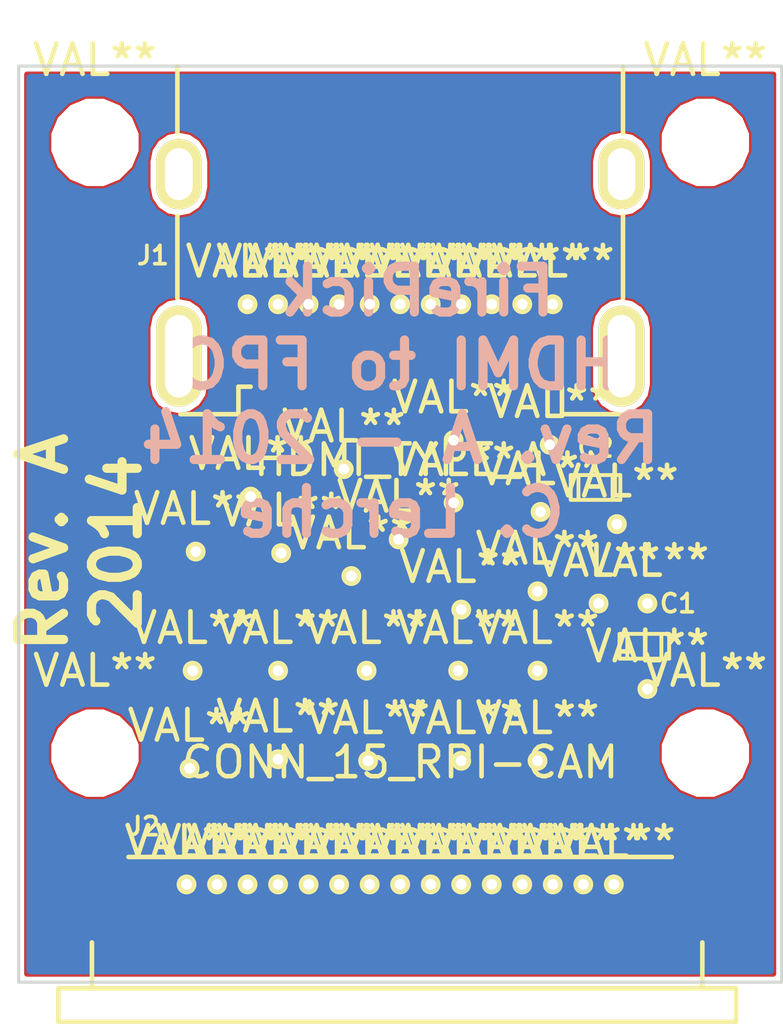
<source format=kicad_pcb>
(kicad_pcb (version 3) (host pcbnew "(2013-07-07 BZR 4022)-stable")

  (general
    (links 75)
    (no_connects 0)
    (area 171.014286 134.225 198.452777 168.875001)
    (thickness 1.6)
    (drawings 6)
    (tracks 167)
    (zones 0)
    (modules 60)
    (nets 13)
  )

  (page A3)
  (layers
    (15 F.Cu signal)
    (0 B.Cu signal)
    (16 B.Adhes user)
    (17 F.Adhes user)
    (18 B.Paste user)
    (19 F.Paste user)
    (20 B.SilkS user)
    (21 F.SilkS user)
    (22 B.Mask user)
    (23 F.Mask user)
    (24 Dwgs.User user)
    (25 Cmts.User user)
    (26 Eco1.User user)
    (27 Eco2.User user)
    (28 Edge.Cuts user)
  )

  (setup
    (last_trace_width 0.16)
    (user_trace_width 0.16)
    (user_trace_width 0.2)
    (user_trace_width 0.254)
    (user_trace_width 0.3)
    (user_trace_width 0.4)
    (user_trace_width 0.5)
    (user_trace_width 0.6)
    (trace_clearance 0.16)
    (zone_clearance 0.18)
    (zone_45_only no)
    (trace_min 0.16)
    (segment_width 0.2)
    (edge_width 0.1)
    (via_size 0.65)
    (via_drill 0.35)
    (via_min_size 0.65)
    (via_min_drill 0.35)
    (user_via 0.65 0.35)
    (uvia_size 0.508)
    (uvia_drill 0.127)
    (uvias_allowed no)
    (uvia_min_size 0.508)
    (uvia_min_drill 0.127)
    (pcb_text_width 0.3)
    (pcb_text_size 1.5 1.5)
    (mod_edge_width 0.15)
    (mod_text_size 1 1)
    (mod_text_width 0.15)
    (pad_size 0.2 0.2)
    (pad_drill 0)
    (pad_to_mask_clearance 0)
    (aux_axis_origin 172.7 137.1)
    (visible_elements 7FFF7FFF)
    (pcbplotparams
      (layerselection 3178497)
      (usegerberextensions true)
      (excludeedgelayer true)
      (linewidth 0.150000)
      (plotframeref false)
      (viasonmask false)
      (mode 1)
      (useauxorigin false)
      (hpglpennumber 1)
      (hpglpenspeed 20)
      (hpglpendiameter 15)
      (hpglpenoverlay 2)
      (psnegative false)
      (psa4output false)
      (plotreference true)
      (plotvalue true)
      (plotothertext true)
      (plotinvisibletext false)
      (padsonsilk false)
      (subtractmaskfromsilk false)
      (outputformat 1)
      (mirror false)
      (drillshape 1)
      (scaleselection 1)
      (outputdirectory ""))
  )

  (net 0 "")
  (net 1 /+3V3)
  (net 2 /CLK+)
  (net 3 /CLK-)
  (net 4 /D0+)
  (net 5 /D0-)
  (net 6 /D1+)
  (net 7 /D1-)
  (net 8 /D2+)
  (net 9 /D2-)
  (net 10 /SCL)
  (net 11 /SDA)
  (net 12 GND)

  (net_class Default "This is the default net class."
    (clearance 0.16)
    (trace_width 0.16)
    (via_dia 0.65)
    (via_drill 0.35)
    (uvia_dia 0.508)
    (uvia_drill 0.127)
    (add_net "")
    (add_net /+3V3)
    (add_net /CLK+)
    (add_net /CLK-)
    (add_net /D0+)
    (add_net /D0-)
    (add_net /D1+)
    (add_net /D1-)
    (add_net /D2+)
    (add_net /D2-)
    (add_net /SCL)
    (add_net /SDA)
    (add_net GND)
  )

  (net_class RF ""
    (clearance 0.4)
    (trace_width 0.16)
    (via_dia 0.65)
    (via_drill 0.35)
    (uvia_dia 0.508)
    (uvia_drill 0.127)
  )

  (module Lerche_Molex_47152-1101   locked (layer F.Cu) (tedit 53FEED2D) (tstamp 539F25E8)
    (at 185.2 146.6 180)
    (path /53FE06C7)
    (fp_text reference J1 (at 8.1 3.3 180) (layer F.SilkS)
      (effects (font (size 0.6 0.6) (thickness 0.12)))
    )
    (fp_text value HDMI_TYPE_A (at 0 -3.4 180) (layer F.SilkS)
      (effects (font (size 1 1) (thickness 0.15)))
    )
    (fp_line (start -7.3 9.5) (end 7.3 9.5) (layer Cmts.User) (width 0.15))
    (fp_line (start 7.3 7.3) (end 7.3 9.5) (layer F.SilkS) (width 0.15))
    (fp_line (start -7.3 7.3) (end -7.3 9.5) (layer F.SilkS) (width 0.15))
    (fp_line (start 4.9 -1) (end 5.3 -1) (layer F.SilkS) (width 0.15))
    (fp_line (start 5.3 -1) (end 5.3 -1.9) (layer F.SilkS) (width 0.15))
    (fp_line (start 5.3 -1.9) (end 7.2 -1.9) (layer F.SilkS) (width 0.15))
    (fp_line (start -7.2 -1.9) (end -5.3 -1.9) (layer F.SilkS) (width 0.15))
    (fp_line (start -5.3 -1.9) (end -5.3 -1) (layer F.SilkS) (width 0.15))
    (fp_line (start -5.3 -1) (end -4.9 -1) (layer F.SilkS) (width 0.15))
    (fp_line (start -7.3 1.9) (end -7.3 4.6) (layer F.SilkS) (width 0.15))
    (fp_line (start 7.3 1.9) (end 7.3 4.6) (layer F.SilkS) (width 0.15))
    (pad 1 smd rect (at 4.5 -0.76 180) (size 0.3 2.6)
      (layers F.Cu F.Paste F.Mask)
      (net 8 /D2+)
    )
    (pad 2 smd rect (at 4 -0.76 180) (size 0.3 2.6)
      (layers F.Cu F.Paste F.Mask)
      (net 12 GND)
    )
    (pad 3 smd rect (at 3.5 -0.76 180) (size 0.3 2.6)
      (layers F.Cu F.Paste F.Mask)
      (net 9 /D2-)
    )
    (pad 4 smd rect (at 3 -0.76 180) (size 0.3 2.6)
      (layers F.Cu F.Paste F.Mask)
      (net 6 /D1+)
    )
    (pad 5 smd rect (at 2.5 -0.76 180) (size 0.3 2.6)
      (layers F.Cu F.Paste F.Mask)
      (net 12 GND)
    )
    (pad 6 smd rect (at 2 -0.76 180) (size 0.3 2.6)
      (layers F.Cu F.Paste F.Mask)
      (net 7 /D1-)
    )
    (pad 7 smd rect (at 1.5 -0.76 180) (size 0.3 2.6)
      (layers F.Cu F.Paste F.Mask)
      (net 4 /D0+)
    )
    (pad 8 smd rect (at 1 -0.76 180) (size 0.3 2.6)
      (layers F.Cu F.Paste F.Mask)
      (net 12 GND)
    )
    (pad 9 smd rect (at 0.5 -0.76 180) (size 0.3 2.6)
      (layers F.Cu F.Paste F.Mask)
      (net 5 /D0-)
    )
    (pad 10 smd rect (at 0 -0.76 180) (size 0.3 2.6)
      (layers F.Cu F.Paste F.Mask)
      (net 2 /CLK+)
    )
    (pad 11 smd rect (at -0.5 -0.76 180) (size 0.3 2.6)
      (layers F.Cu F.Paste F.Mask)
      (net 12 GND)
    )
    (pad 12 smd rect (at -1 -0.76 180) (size 0.3 2.6)
      (layers F.Cu F.Paste F.Mask)
      (net 3 /CLK-)
    )
    (pad 13 smd rect (at -1.5 -0.76 180) (size 0.3 2.6)
      (layers F.Cu F.Paste F.Mask)
    )
    (pad 14 smd rect (at -2 -0.76 180) (size 0.3 2.6)
      (layers F.Cu F.Paste F.Mask)
    )
    (pad 15 smd rect (at -2.5 -0.76 180) (size 0.3 2.6)
      (layers F.Cu F.Paste F.Mask)
      (net 10 /SCL)
    )
    (pad 16 smd rect (at -3 -0.76 180) (size 0.3 2.6)
      (layers F.Cu F.Paste F.Mask)
      (net 11 /SDA)
    )
    (pad 17 smd rect (at -3.5 -0.76 180) (size 0.3 2.6)
      (layers F.Cu F.Paste F.Mask)
      (net 12 GND)
    )
    (pad 18 smd rect (at -4 -0.76 180) (size 0.3 2.6)
      (layers F.Cu F.Paste F.Mask)
      (net 1 /+3V3)
    )
    (pad 19 smd rect (at -4.5 -0.76 180) (size 0.3 2.6)
      (layers F.Cu F.Paste F.Mask)
    )
    (pad SHIE thru_hole oval (at 7.25 5.96 180) (size 1.5 2.3) (drill oval 0.9 1.7)
      (layers *.Cu *.Mask F.SilkS)
    )
    (pad SHIE thru_hole oval (at -7.25 5.96 180) (size 1.5 2.3) (drill oval 0.9 1.7)
      (layers *.Cu *.Mask F.SilkS)
    )
    (pad SHIE thru_hole oval (at 7.25 0 180) (size 1.5 3.3) (drill oval 0.9 2.7)
      (layers *.Cu *.Mask F.SilkS)
    )
    (pad SHIE thru_hole oval (at -7.25 0 180) (size 1.5 3.3) (drill oval 0.9 2.7)
      (layers *.Cu *.Mask F.SilkS)
    )
  )

  (module c_0603 (layer F.Cu) (tedit 53FEED4A) (tstamp 539F2610)
    (at 193.2 156.1 180)
    (descr "SMT capacitor, 0603")
    (path /539F1ED5)
    (fp_text reference C1 (at -1.1 1.4 180) (layer F.SilkS)
      (effects (font (size 0.6 0.6) (thickness 0.12)))
    )
    (fp_text value 0.1uF (at 0 0.635 180) (layer F.SilkS) hide
      (effects (font (size 0.20066 0.20066) (thickness 0.04064)))
    )
    (fp_line (start 0.5588 0.4064) (end 0.5588 -0.4064) (layer F.SilkS) (width 0.127))
    (fp_line (start -0.5588 -0.381) (end -0.5588 0.4064) (layer F.SilkS) (width 0.127))
    (fp_line (start -0.8128 -0.4064) (end 0.8128 -0.4064) (layer F.SilkS) (width 0.127))
    (fp_line (start 0.8128 -0.4064) (end 0.8128 0.4064) (layer F.SilkS) (width 0.127))
    (fp_line (start 0.8128 0.4064) (end -0.8128 0.4064) (layer F.SilkS) (width 0.127))
    (fp_line (start -0.8128 0.4064) (end -0.8128 -0.4064) (layer F.SilkS) (width 0.127))
    (pad 1 smd rect (at 0.75184 0 180) (size 0.89916 1.00076)
      (layers F.Cu F.Paste F.Mask)
      (net 1 /+3V3)
    )
    (pad 2 smd rect (at -0.75184 0 180) (size 0.89916 1.00076)
      (layers F.Cu F.Paste F.Mask)
      (net 12 GND)
    )
    (model smd/capacitors/c_0603.wrl
      (at (xyz 0 0 0))
      (scale (xyz 1 1 1))
      (rotate (xyz 0 0 0))
    )
  )

  (module c_0603 (layer F.Cu) (tedit 53FEED3B) (tstamp 539F261C)
    (at 191.6 150.9 180)
    (descr "SMT capacitor, 0603")
    (path /539F1EE2)
    (fp_text reference C2 (at 0 1.3 180) (layer F.SilkS)
      (effects (font (size 0.6 0.6) (thickness 0.12)))
    )
    (fp_text value 0.1uF (at 0 0.635 180) (layer F.SilkS) hide
      (effects (font (size 0.20066 0.20066) (thickness 0.04064)))
    )
    (fp_line (start 0.5588 0.4064) (end 0.5588 -0.4064) (layer F.SilkS) (width 0.127))
    (fp_line (start -0.5588 -0.381) (end -0.5588 0.4064) (layer F.SilkS) (width 0.127))
    (fp_line (start -0.8128 -0.4064) (end 0.8128 -0.4064) (layer F.SilkS) (width 0.127))
    (fp_line (start 0.8128 -0.4064) (end 0.8128 0.4064) (layer F.SilkS) (width 0.127))
    (fp_line (start 0.8128 0.4064) (end -0.8128 0.4064) (layer F.SilkS) (width 0.127))
    (fp_line (start -0.8128 0.4064) (end -0.8128 -0.4064) (layer F.SilkS) (width 0.127))
    (pad 1 smd rect (at 0.75184 0 180) (size 0.89916 1.00076)
      (layers F.Cu F.Paste F.Mask)
      (net 1 /+3V3)
    )
    (pad 2 smd rect (at -0.75184 0 180) (size 0.89916 1.00076)
      (layers F.Cu F.Paste F.Mask)
      (net 12 GND)
    )
    (model smd/capacitors/c_0603.wrl
      (at (xyz 0 0 0))
      (scale (xyz 1 1 1))
      (rotate (xyz 0 0 0))
    )
  )

  (module Lerche_Molex-0522711569 (layer F.Cu) (tedit 53FEED20) (tstamp 539F335A)
    (at 185.2 163.4)
    (path /539F1EEE)
    (fp_text reference J2 (at -8.4 -1.4) (layer F.SilkS)
      (effects (font (size 0.6 0.6) (thickness 0.12)))
    )
    (fp_text value CONN_15_RPI-CAM (at 0 -3.5) (layer F.SilkS)
      (effects (font (size 1 1) (thickness 0.15)))
    )
    (fp_line (start -10.1 3.9) (end -11.2 3.9) (layer F.SilkS) (width 0.15))
    (fp_line (start -11.2 3.9) (end -11.2 5) (layer F.SilkS) (width 0.15))
    (fp_line (start -11.2 5) (end 11 5) (layer F.SilkS) (width 0.15))
    (fp_line (start 11 5) (end 11 3.9) (layer F.SilkS) (width 0.15))
    (fp_line (start 11 3.9) (end 9.9 3.9) (layer F.SilkS) (width 0.15))
    (fp_line (start -10.1 2.4) (end -10.1 3.8) (layer F.SilkS) (width 0.15))
    (fp_line (start -10.1 3.8) (end -10.1 3.9) (layer F.SilkS) (width 0.15))
    (fp_line (start -10.1 3.9) (end 9.9 3.9) (layer F.SilkS) (width 0.15))
    (fp_line (start 9.9 3.9) (end 9.9 2.4) (layer F.SilkS) (width 0.15))
    (fp_line (start -7.8 -0.4) (end -8.9 -0.4) (layer F.SilkS) (width 0.15))
    (fp_line (start 7.8 -0.4) (end 8.9 -0.4) (layer F.SilkS) (width 0.15))
    (fp_line (start -7.8 -0.4) (end -7.4 -0.4) (layer F.SilkS) (width 0.15))
    (fp_line (start -7.4 -0.4) (end 7.8 -0.4) (layer F.SilkS) (width 0.15))
    (pad 8 smd rect (at 0 -1.55) (size 0.6 1.9)
      (layers F.Cu F.Paste F.Mask)
      (net 4 /D0+)
    )
    (pad 9 smd rect (at 1 -1.55) (size 0.6 1.9)
      (layers F.Cu F.Paste F.Mask)
      (net 5 /D0-)
    )
    (pad 10 smd rect (at 2 -1.55) (size 0.6 1.9)
      (layers F.Cu F.Paste F.Mask)
      (net 12 GND)
    )
    (pad 11 smd rect (at 3 -1.55) (size 0.6 1.9)
      (layers F.Cu F.Paste F.Mask)
      (net 2 /CLK+)
    )
    (pad 12 smd rect (at 4 -1.55) (size 0.6 1.9)
      (layers F.Cu F.Paste F.Mask)
      (net 3 /CLK-)
    )
    (pad 13 smd rect (at 5 -1.55) (size 0.6 1.9)
      (layers F.Cu F.Paste F.Mask)
      (net 10 /SCL)
    )
    (pad 14 smd rect (at 6 -1.55) (size 0.6 1.9)
      (layers F.Cu F.Paste F.Mask)
      (net 11 /SDA)
    )
    (pad 15 smd rect (at 7 -1.55) (size 0.6 1.9)
      (layers F.Cu F.Paste F.Mask)
      (net 1 /+3V3)
    )
    (pad 1 smd rect (at -7 -1.55) (size 0.6 1.9)
      (layers F.Cu F.Paste F.Mask)
      (net 12 GND)
    )
    (pad 2 smd rect (at -6 -1.55) (size 0.6 1.9)
      (layers F.Cu F.Paste F.Mask)
      (net 8 /D2+)
    )
    (pad 3 smd rect (at -5 -1.55) (size 0.6 1.9)
      (layers F.Cu F.Paste F.Mask)
      (net 9 /D2-)
    )
    (pad 4 smd rect (at -4 -1.55) (size 0.6 1.9)
      (layers F.Cu F.Paste F.Mask)
      (net 12 GND)
    )
    (pad 5 smd rect (at -3 -1.55) (size 0.6 1.9)
      (layers F.Cu F.Paste F.Mask)
      (net 6 /D1+)
    )
    (pad 6 smd rect (at -2 -1.55) (size 0.6 1.9)
      (layers F.Cu F.Paste F.Mask)
      (net 7 /D1-)
    )
    (pad 7 smd rect (at -1 -1.55) (size 0.6 1.9)
      (layers F.Cu F.Paste F.Mask)
      (net 12 GND)
    )
    (pad Supp smd rect (at -10.2 0.8) (size 2.1 2.8)
      (layers F.Cu F.Paste F.Mask)
    )
    (pad Supp smd rect (at 10.2 0.8) (size 2.1 2.8)
      (layers F.Cu F.Paste F.Mask)
    )
  )

  (module Lerche_via_0.35mm_GND_MaskOver (layer F.Cu) (tedit 53C52DDA) (tstamp 53FEC41D)
    (at 183.35 150.3)
    (attr smd)
    (fp_text reference "" (at 0 -2.9) (layer F.SilkS)
      (effects (font (size 1 1) (thickness 0.15)))
    )
    (fp_text value VAL** (at 0 -1.4) (layer F.SilkS)
      (effects (font (size 1 1) (thickness 0.15)))
    )
    (pad "" thru_hole circle (at 0 0) (size 0.65 0.65) (drill 0.35)
      (layers *.Cu *.Mask F.SilkS)
      (net 12 GND)
      (solder_mask_margin -0.35)
      (clearance 0.001)
      (zone_connect 2)
    )
  )

  (module Lerche_via_0.35mm_GND_MaskOver (layer F.Cu) (tedit 53C52DDA) (tstamp 53FEC426)
    (at 181.3 153.05)
    (attr smd)
    (fp_text reference "" (at 0 -2.9) (layer F.SilkS)
      (effects (font (size 1 1) (thickness 0.15)))
    )
    (fp_text value VAL** (at 0 -1.4) (layer F.SilkS)
      (effects (font (size 1 1) (thickness 0.15)))
    )
    (pad "" thru_hole circle (at 0 0) (size 0.65 0.65) (drill 0.35)
      (layers *.Cu *.Mask F.SilkS)
      (net 12 GND)
      (solder_mask_margin -0.35)
      (clearance 0.001)
      (zone_connect 2)
    )
  )

  (module Lerche_via_0.35mm_GND_MaskOver (layer F.Cu) (tedit 53C52DDA) (tstamp 53FEC42F)
    (at 185.15 152.6)
    (attr smd)
    (fp_text reference "" (at 0 -2.9) (layer F.SilkS)
      (effects (font (size 1 1) (thickness 0.15)))
    )
    (fp_text value VAL** (at 0 -1.4) (layer F.SilkS)
      (effects (font (size 1 1) (thickness 0.15)))
    )
    (pad "" thru_hole circle (at 0 0) (size 0.65 0.65) (drill 0.35)
      (layers *.Cu *.Mask F.SilkS)
      (net 12 GND)
      (solder_mask_margin -0.35)
      (clearance 0.001)
      (zone_connect 2)
    )
  )

  (module Lerche_via_0.35mm_GND_MaskOver (layer F.Cu) (tedit 53C52DDA) (tstamp 53FEC438)
    (at 186.95 149.35)
    (attr smd)
    (fp_text reference "" (at 0 -2.9) (layer F.SilkS)
      (effects (font (size 1 1) (thickness 0.15)))
    )
    (fp_text value VAL** (at 0 -1.4) (layer F.SilkS)
      (effects (font (size 1 1) (thickness 0.15)))
    )
    (pad "" thru_hole circle (at 0 0) (size 0.65 0.65) (drill 0.35)
      (layers *.Cu *.Mask F.SilkS)
      (net 12 GND)
      (solder_mask_margin -0.35)
      (clearance 0.001)
      (zone_connect 2)
    )
  )

  (module Lerche_via_0.35mm_GND_MaskOver (layer F.Cu) (tedit 53C52DDA) (tstamp 53FEC488)
    (at 189.7 159.85)
    (attr smd)
    (fp_text reference "" (at 0 -2.9) (layer F.SilkS)
      (effects (font (size 1 1) (thickness 0.15)))
    )
    (fp_text value VAL** (at 0 -1.4) (layer F.SilkS)
      (effects (font (size 1 1) (thickness 0.15)))
    )
    (pad "" thru_hole circle (at 0 0) (size 0.65 0.65) (drill 0.35)
      (layers *.Cu *.Mask F.SilkS)
      (net 12 GND)
      (solder_mask_margin -0.35)
      (clearance 0.001)
      (zone_connect 2)
    )
  )

  (module Lerche_via_0.35mm_GND_MaskOver (layer F.Cu) (tedit 53C52DDA) (tstamp 53FEC491)
    (at 187.2 159.85)
    (attr smd)
    (fp_text reference "" (at 0 -2.9) (layer F.SilkS)
      (effects (font (size 1 1) (thickness 0.15)))
    )
    (fp_text value VAL** (at 0 -1.4) (layer F.SilkS)
      (effects (font (size 1 1) (thickness 0.15)))
    )
    (pad "" thru_hole circle (at 0 0) (size 0.65 0.65) (drill 0.35)
      (layers *.Cu *.Mask F.SilkS)
      (net 12 GND)
      (solder_mask_margin -0.35)
      (clearance 0.001)
      (zone_connect 2)
    )
  )

  (module Lerche_via_0.35mm_GND_MaskOver (layer F.Cu) (tedit 53C52DDA) (tstamp 53FEC49A)
    (at 189.7 154.3)
    (attr smd)
    (fp_text reference "" (at 0 -2.9) (layer F.SilkS)
      (effects (font (size 1 1) (thickness 0.15)))
    )
    (fp_text value VAL** (at 0 -1.4) (layer F.SilkS)
      (effects (font (size 1 1) (thickness 0.15)))
    )
    (pad "" thru_hole circle (at 0 0) (size 0.65 0.65) (drill 0.35)
      (layers *.Cu *.Mask F.SilkS)
      (net 12 GND)
      (solder_mask_margin -0.35)
      (clearance 0.001)
      (zone_connect 2)
    )
  )

  (module Lerche_via_0.35mm_GND_MaskOver (layer F.Cu) (tedit 53C52DDA) (tstamp 53FEC4A3)
    (at 187.2 154.9)
    (attr smd)
    (fp_text reference "" (at 0 -2.9) (layer F.SilkS)
      (effects (font (size 1 1) (thickness 0.15)))
    )
    (fp_text value VAL** (at 0 -1.4) (layer F.SilkS)
      (effects (font (size 1 1) (thickness 0.15)))
    )
    (pad "" thru_hole circle (at 0 0) (size 0.65 0.65) (drill 0.35)
      (layers *.Cu *.Mask F.SilkS)
      (net 12 GND)
      (solder_mask_margin -0.35)
      (clearance 0.001)
      (zone_connect 2)
    )
  )

  (module Lerche_via_0.35mm_GND_MaskOver (layer F.Cu) (tedit 53C52DDA) (tstamp 53FEC4AC)
    (at 186.95 151.4)
    (attr smd)
    (fp_text reference "" (at 0 -2.9) (layer F.SilkS)
      (effects (font (size 1 1) (thickness 0.15)))
    )
    (fp_text value VAL** (at 0 -1.4) (layer F.SilkS)
      (effects (font (size 1 1) (thickness 0.15)))
    )
    (pad "" thru_hole circle (at 0 0) (size 0.65 0.65) (drill 0.35)
      (layers *.Cu *.Mask F.SilkS)
      (net 12 GND)
      (solder_mask_margin -0.35)
      (clearance 0.001)
      (zone_connect 2)
    )
  )

  (module Lerche_via_0.35mm_GND_MaskOver (layer F.Cu) (tedit 53C52DDA) (tstamp 53FEC4B5)
    (at 184.15 159.85)
    (attr smd)
    (fp_text reference "" (at 0 -2.9) (layer F.SilkS)
      (effects (font (size 1 1) (thickness 0.15)))
    )
    (fp_text value VAL** (at 0 -1.4) (layer F.SilkS)
      (effects (font (size 1 1) (thickness 0.15)))
    )
    (pad "" thru_hole circle (at 0 0) (size 0.65 0.65) (drill 0.35)
      (layers *.Cu *.Mask F.SilkS)
      (net 12 GND)
      (solder_mask_margin -0.35)
      (clearance 0.001)
      (zone_connect 2)
    )
  )

  (module Lerche_via_0.35mm_GND_MaskOver (layer F.Cu) (tedit 53C52DDA) (tstamp 53FEC4BF)
    (at 181.2 159.8)
    (attr smd)
    (fp_text reference "" (at 0 -2.9) (layer F.SilkS)
      (effects (font (size 1 1) (thickness 0.15)))
    )
    (fp_text value VAL** (at 0 -1.4) (layer F.SilkS)
      (effects (font (size 1 1) (thickness 0.15)))
    )
    (pad "" thru_hole circle (at 0 0) (size 0.65 0.65) (drill 0.35)
      (layers *.Cu *.Mask F.SilkS)
      (net 12 GND)
      (solder_mask_margin -0.35)
      (clearance 0.001)
      (zone_connect 2)
    )
  )

  (module Lerche_Hole_2.5mm (layer F.Cu) (tedit 53C52DA9) (tstamp 53FED074)
    (at 175.2 159.6)
    (fp_text reference "" (at 0 -4.4) (layer F.SilkS)
      (effects (font (size 1 1) (thickness 0.15)))
    )
    (fp_text value VAL** (at 0 -2.7) (layer F.SilkS)
      (effects (font (size 1 1) (thickness 0.15)))
    )
    (pad "" np_thru_hole circle (at 0 0) (size 2.5 2.5) (drill 2.5)
      (layers *.Cu *.Mask F.SilkS)
    )
  )

  (module Lerche_Hole_2.5mm (layer F.Cu) (tedit 53C52DA9) (tstamp 53FED07D)
    (at 195.2 159.6)
    (fp_text reference "" (at 0 -4.4) (layer F.SilkS)
      (effects (font (size 1 1) (thickness 0.15)))
    )
    (fp_text value VAL** (at 0 -2.7) (layer F.SilkS)
      (effects (font (size 1 1) (thickness 0.15)))
    )
    (pad "" np_thru_hole circle (at 0 0) (size 2.5 2.5) (drill 2.5)
      (layers *.Cu *.Mask F.SilkS)
    )
  )

  (module Lerche_Hole_2.5mm (layer F.Cu) (tedit 53C52DA9) (tstamp 53FED086)
    (at 195.2 139.6)
    (fp_text reference "" (at 0 -4.4) (layer F.SilkS)
      (effects (font (size 1 1) (thickness 0.15)))
    )
    (fp_text value VAL** (at 0 -2.7) (layer F.SilkS)
      (effects (font (size 1 1) (thickness 0.15)))
    )
    (pad "" np_thru_hole circle (at 0 0) (size 2.5 2.5) (drill 2.5)
      (layers *.Cu *.Mask F.SilkS)
    )
  )

  (module Lerche_Hole_2.5mm (layer F.Cu) (tedit 53C52DA9) (tstamp 53FED08F)
    (at 175.2 139.6)
    (fp_text reference "" (at 0 -4.4) (layer F.SilkS)
      (effects (font (size 1 1) (thickness 0.15)))
    )
    (fp_text value VAL** (at 0 -2.7) (layer F.SilkS)
      (effects (font (size 1 1) (thickness 0.15)))
    )
    (pad "" np_thru_hole circle (at 0 0) (size 2.5 2.5) (drill 2.5)
      (layers *.Cu *.Mask F.SilkS)
    )
  )

  (module Lerche_via_0.35mm_GND_MaskOver (layer F.Cu) (tedit 53C52DDA) (tstamp 53FEF6B4)
    (at 189.8 151.7)
    (attr smd)
    (fp_text reference "" (at 0 -2.9) (layer F.SilkS)
      (effects (font (size 1 1) (thickness 0.15)))
    )
    (fp_text value VAL** (at 0 -1.4) (layer F.SilkS)
      (effects (font (size 1 1) (thickness 0.15)))
    )
    (pad "" thru_hole circle (at 0 0) (size 0.65 0.65) (drill 0.35)
      (layers *.Cu *.Mask F.SilkS)
      (net 12 GND)
      (solder_mask_margin -0.35)
      (clearance 0.001)
      (zone_connect 2)
    )
  )

  (module Lerche_via_0.35mm_GND_MaskOver (layer F.Cu) (tedit 53C52DDA) (tstamp 53FEF6BD)
    (at 192.3 152.1)
    (attr smd)
    (fp_text reference "" (at 0 -2.9) (layer F.SilkS)
      (effects (font (size 1 1) (thickness 0.15)))
    )
    (fp_text value VAL** (at 0 -1.4) (layer F.SilkS)
      (effects (font (size 1 1) (thickness 0.15)))
    )
    (pad "" thru_hole circle (at 0 0) (size 0.65 0.65) (drill 0.35)
      (layers *.Cu *.Mask F.SilkS)
      (net 12 GND)
      (solder_mask_margin -0.35)
      (clearance 0.001)
      (zone_connect 2)
    )
  )

  (module Lerche_via_0.35mm_GND_MaskOver (layer F.Cu) (tedit 53C52DDA) (tstamp 53FEF6C6)
    (at 190.1 149.5)
    (attr smd)
    (fp_text reference "" (at 0 -2.9) (layer F.SilkS)
      (effects (font (size 1 1) (thickness 0.15)))
    )
    (fp_text value VAL** (at 0 -1.4) (layer F.SilkS)
      (effects (font (size 1 1) (thickness 0.15)))
    )
    (pad "" thru_hole circle (at 0 0) (size 0.65 0.65) (drill 0.35)
      (layers *.Cu *.Mask F.SilkS)
      (net 12 GND)
      (solder_mask_margin -0.35)
      (clearance 0.001)
      (zone_connect 2)
    )
  )

  (module Lerche_via_0.35mm_GND_MaskOver (layer F.Cu) (tedit 53C52DDA) (tstamp 53FEF6CF)
    (at 193.3 154.7)
    (attr smd)
    (fp_text reference "" (at 0 -2.9) (layer F.SilkS)
      (effects (font (size 1 1) (thickness 0.15)))
    )
    (fp_text value VAL** (at 0 -1.4) (layer F.SilkS)
      (effects (font (size 1 1) (thickness 0.15)))
    )
    (pad "" thru_hole circle (at 0 0) (size 0.65 0.65) (drill 0.35)
      (layers *.Cu *.Mask F.SilkS)
      (net 12 GND)
      (solder_mask_margin -0.35)
      (clearance 0.001)
      (zone_connect 2)
    )
  )

  (module Lerche_via_0.35mm_GND_MaskOver (layer F.Cu) (tedit 53C52DDA) (tstamp 53FEF6D8)
    (at 191.7 154.7)
    (attr smd)
    (fp_text reference "" (at 0 -2.9) (layer F.SilkS)
      (effects (font (size 1 1) (thickness 0.15)))
    )
    (fp_text value VAL** (at 0 -1.4) (layer F.SilkS)
      (effects (font (size 1 1) (thickness 0.15)))
    )
    (pad "" thru_hole circle (at 0 0) (size 0.65 0.65) (drill 0.35)
      (layers *.Cu *.Mask F.SilkS)
      (net 12 GND)
      (solder_mask_margin -0.35)
      (clearance 0.001)
      (zone_connect 2)
    )
  )

  (module Lerche_via_0.35mm_GND_MaskOver (layer F.Cu) (tedit 53C52DDA) (tstamp 53FEF6E1)
    (at 193.3 157.5)
    (attr smd)
    (fp_text reference "" (at 0 -2.9) (layer F.SilkS)
      (effects (font (size 1 1) (thickness 0.15)))
    )
    (fp_text value VAL** (at 0 -1.4) (layer F.SilkS)
      (effects (font (size 1 1) (thickness 0.15)))
    )
    (pad "" thru_hole circle (at 0 0) (size 0.65 0.65) (drill 0.35)
      (layers *.Cu *.Mask F.SilkS)
      (net 12 GND)
      (solder_mask_margin -0.35)
      (clearance 0.001)
      (zone_connect 2)
    )
  )

  (module Lerche_via_0.35mm_GND_MaskOver (layer F.Cu) (tedit 53C52DDA) (tstamp 53FEF8E5)
    (at 180.2 144.9)
    (attr smd)
    (fp_text reference "" (at 0 -2.9) (layer F.SilkS)
      (effects (font (size 1 1) (thickness 0.15)))
    )
    (fp_text value VAL** (at 0 -1.4) (layer F.SilkS)
      (effects (font (size 1 1) (thickness 0.15)))
    )
    (pad "" thru_hole circle (at 0 0) (size 0.65 0.65) (drill 0.35)
      (layers *.Cu *.Mask F.SilkS)
      (net 12 GND)
      (solder_mask_margin -0.35)
      (clearance 0.001)
      (zone_connect 2)
    )
  )

  (module Lerche_via_0.35mm_GND_MaskOver (layer F.Cu) (tedit 53C52DDA) (tstamp 53FEF8EE)
    (at 181.2 144.9)
    (attr smd)
    (fp_text reference "" (at 0 -2.9) (layer F.SilkS)
      (effects (font (size 1 1) (thickness 0.15)))
    )
    (fp_text value VAL** (at 0 -1.4) (layer F.SilkS)
      (effects (font (size 1 1) (thickness 0.15)))
    )
    (pad "" thru_hole circle (at 0 0) (size 0.65 0.65) (drill 0.35)
      (layers *.Cu *.Mask F.SilkS)
      (net 12 GND)
      (solder_mask_margin -0.35)
      (clearance 0.001)
      (zone_connect 2)
    )
  )

  (module Lerche_via_0.35mm_GND_MaskOver (layer F.Cu) (tedit 53C52DDA) (tstamp 53FEF8F7)
    (at 182.2 144.9)
    (attr smd)
    (fp_text reference "" (at 0 -2.9) (layer F.SilkS)
      (effects (font (size 1 1) (thickness 0.15)))
    )
    (fp_text value VAL** (at 0 -1.4) (layer F.SilkS)
      (effects (font (size 1 1) (thickness 0.15)))
    )
    (pad "" thru_hole circle (at 0 0) (size 0.65 0.65) (drill 0.35)
      (layers *.Cu *.Mask F.SilkS)
      (net 12 GND)
      (solder_mask_margin -0.35)
      (clearance 0.001)
      (zone_connect 2)
    )
  )

  (module Lerche_via_0.35mm_GND_MaskOver (layer F.Cu) (tedit 53C52DDA) (tstamp 53FEF900)
    (at 183.2 144.9)
    (attr smd)
    (fp_text reference "" (at 0 -2.9) (layer F.SilkS)
      (effects (font (size 1 1) (thickness 0.15)))
    )
    (fp_text value VAL** (at 0 -1.4) (layer F.SilkS)
      (effects (font (size 1 1) (thickness 0.15)))
    )
    (pad "" thru_hole circle (at 0 0) (size 0.65 0.65) (drill 0.35)
      (layers *.Cu *.Mask F.SilkS)
      (net 12 GND)
      (solder_mask_margin -0.35)
      (clearance 0.001)
      (zone_connect 2)
    )
  )

  (module Lerche_via_0.35mm_GND_MaskOver (layer F.Cu) (tedit 53C52DDA) (tstamp 53FEF909)
    (at 184.2 144.9)
    (attr smd)
    (fp_text reference "" (at 0 -2.9) (layer F.SilkS)
      (effects (font (size 1 1) (thickness 0.15)))
    )
    (fp_text value VAL** (at 0 -1.4) (layer F.SilkS)
      (effects (font (size 1 1) (thickness 0.15)))
    )
    (pad "" thru_hole circle (at 0 0) (size 0.65 0.65) (drill 0.35)
      (layers *.Cu *.Mask F.SilkS)
      (net 12 GND)
      (solder_mask_margin -0.35)
      (clearance 0.001)
      (zone_connect 2)
    )
  )

  (module Lerche_via_0.35mm_GND_MaskOver (layer F.Cu) (tedit 53C52DDA) (tstamp 53FEF912)
    (at 185.2 144.9)
    (attr smd)
    (fp_text reference "" (at 0 -2.9) (layer F.SilkS)
      (effects (font (size 1 1) (thickness 0.15)))
    )
    (fp_text value VAL** (at 0 -1.4) (layer F.SilkS)
      (effects (font (size 1 1) (thickness 0.15)))
    )
    (pad "" thru_hole circle (at 0 0) (size 0.65 0.65) (drill 0.35)
      (layers *.Cu *.Mask F.SilkS)
      (net 12 GND)
      (solder_mask_margin -0.35)
      (clearance 0.001)
      (zone_connect 2)
    )
  )

  (module Lerche_via_0.35mm_GND_MaskOver (layer F.Cu) (tedit 53C52DDA) (tstamp 53FEF91B)
    (at 186.2 144.9)
    (attr smd)
    (fp_text reference "" (at 0 -2.9) (layer F.SilkS)
      (effects (font (size 1 1) (thickness 0.15)))
    )
    (fp_text value VAL** (at 0 -1.4) (layer F.SilkS)
      (effects (font (size 1 1) (thickness 0.15)))
    )
    (pad "" thru_hole circle (at 0 0) (size 0.65 0.65) (drill 0.35)
      (layers *.Cu *.Mask F.SilkS)
      (net 12 GND)
      (solder_mask_margin -0.35)
      (clearance 0.001)
      (zone_connect 2)
    )
  )

  (module Lerche_via_0.35mm_GND_MaskOver (layer F.Cu) (tedit 53C52DDA) (tstamp 53FEF924)
    (at 187.2 144.9)
    (attr smd)
    (fp_text reference "" (at 0 -2.9) (layer F.SilkS)
      (effects (font (size 1 1) (thickness 0.15)))
    )
    (fp_text value VAL** (at 0 -1.4) (layer F.SilkS)
      (effects (font (size 1 1) (thickness 0.15)))
    )
    (pad "" thru_hole circle (at 0 0) (size 0.65 0.65) (drill 0.35)
      (layers *.Cu *.Mask F.SilkS)
      (net 12 GND)
      (solder_mask_margin -0.35)
      (clearance 0.001)
      (zone_connect 2)
    )
  )

  (module Lerche_via_0.35mm_GND_MaskOver (layer F.Cu) (tedit 53C52DDA) (tstamp 53FEF92D)
    (at 188.2 144.9)
    (attr smd)
    (fp_text reference "" (at 0 -2.9) (layer F.SilkS)
      (effects (font (size 1 1) (thickness 0.15)))
    )
    (fp_text value VAL** (at 0 -1.4) (layer F.SilkS)
      (effects (font (size 1 1) (thickness 0.15)))
    )
    (pad "" thru_hole circle (at 0 0) (size 0.65 0.65) (drill 0.35)
      (layers *.Cu *.Mask F.SilkS)
      (net 12 GND)
      (solder_mask_margin -0.35)
      (clearance 0.001)
      (zone_connect 2)
    )
  )

  (module Lerche_via_0.35mm_GND_MaskOver (layer F.Cu) (tedit 53C52DDA) (tstamp 53FEF936)
    (at 189.2 144.9)
    (attr smd)
    (fp_text reference "" (at 0 -2.9) (layer F.SilkS)
      (effects (font (size 1 1) (thickness 0.15)))
    )
    (fp_text value VAL** (at 0 -1.4) (layer F.SilkS)
      (effects (font (size 1 1) (thickness 0.15)))
    )
    (pad "" thru_hole circle (at 0 0) (size 0.65 0.65) (drill 0.35)
      (layers *.Cu *.Mask F.SilkS)
      (net 12 GND)
      (solder_mask_margin -0.35)
      (clearance 0.001)
      (zone_connect 2)
    )
  )

  (module Lerche_via_0.35mm_GND_MaskOver (layer F.Cu) (tedit 53C52DDA) (tstamp 53FEF93F)
    (at 190.2 144.9)
    (attr smd)
    (fp_text reference "" (at 0 -2.9) (layer F.SilkS)
      (effects (font (size 1 1) (thickness 0.15)))
    )
    (fp_text value VAL** (at 0 -1.4) (layer F.SilkS)
      (effects (font (size 1 1) (thickness 0.15)))
    )
    (pad "" thru_hole circle (at 0 0) (size 0.65 0.65) (drill 0.35)
      (layers *.Cu *.Mask F.SilkS)
      (net 12 GND)
      (solder_mask_margin -0.35)
      (clearance 0.001)
      (zone_connect 2)
    )
  )

  (module Lerche_via_0.35mm_GND_MaskOver (layer F.Cu) (tedit 53C52DDA) (tstamp 53FEF948)
    (at 178.2 163.9)
    (attr smd)
    (fp_text reference "" (at 0 -2.9) (layer F.SilkS)
      (effects (font (size 1 1) (thickness 0.15)))
    )
    (fp_text value VAL** (at 0 -1.4) (layer F.SilkS)
      (effects (font (size 1 1) (thickness 0.15)))
    )
    (pad "" thru_hole circle (at 0 0) (size 0.65 0.65) (drill 0.35)
      (layers *.Cu *.Mask F.SilkS)
      (net 12 GND)
      (solder_mask_margin -0.35)
      (clearance 0.001)
      (zone_connect 2)
    )
  )

  (module Lerche_via_0.35mm_GND_MaskOver (layer F.Cu) (tedit 53C52DDA) (tstamp 53FEF951)
    (at 179.2 163.9)
    (attr smd)
    (fp_text reference "" (at 0 -2.9) (layer F.SilkS)
      (effects (font (size 1 1) (thickness 0.15)))
    )
    (fp_text value VAL** (at 0 -1.4) (layer F.SilkS)
      (effects (font (size 1 1) (thickness 0.15)))
    )
    (pad "" thru_hole circle (at 0 0) (size 0.65 0.65) (drill 0.35)
      (layers *.Cu *.Mask F.SilkS)
      (net 12 GND)
      (solder_mask_margin -0.35)
      (clearance 0.001)
      (zone_connect 2)
    )
  )

  (module Lerche_via_0.35mm_GND_MaskOver (layer F.Cu) (tedit 53C52DDA) (tstamp 53FEF95A)
    (at 180.2 163.9)
    (attr smd)
    (fp_text reference "" (at 0 -2.9) (layer F.SilkS)
      (effects (font (size 1 1) (thickness 0.15)))
    )
    (fp_text value VAL** (at 0 -1.4) (layer F.SilkS)
      (effects (font (size 1 1) (thickness 0.15)))
    )
    (pad "" thru_hole circle (at 0 0) (size 0.65 0.65) (drill 0.35)
      (layers *.Cu *.Mask F.SilkS)
      (net 12 GND)
      (solder_mask_margin -0.35)
      (clearance 0.001)
      (zone_connect 2)
    )
  )

  (module Lerche_via_0.35mm_GND_MaskOver (layer F.Cu) (tedit 53C52DDA) (tstamp 53FEF963)
    (at 181.2 163.9)
    (attr smd)
    (fp_text reference "" (at 0 -2.9) (layer F.SilkS)
      (effects (font (size 1 1) (thickness 0.15)))
    )
    (fp_text value VAL** (at 0 -1.4) (layer F.SilkS)
      (effects (font (size 1 1) (thickness 0.15)))
    )
    (pad "" thru_hole circle (at 0 0) (size 0.65 0.65) (drill 0.35)
      (layers *.Cu *.Mask F.SilkS)
      (net 12 GND)
      (solder_mask_margin -0.35)
      (clearance 0.001)
      (zone_connect 2)
    )
  )

  (module Lerche_via_0.35mm_GND_MaskOver (layer F.Cu) (tedit 53C52DDA) (tstamp 53FEF96C)
    (at 182.2 163.9)
    (attr smd)
    (fp_text reference "" (at 0 -2.9) (layer F.SilkS)
      (effects (font (size 1 1) (thickness 0.15)))
    )
    (fp_text value VAL** (at 0 -1.4) (layer F.SilkS)
      (effects (font (size 1 1) (thickness 0.15)))
    )
    (pad "" thru_hole circle (at 0 0) (size 0.65 0.65) (drill 0.35)
      (layers *.Cu *.Mask F.SilkS)
      (net 12 GND)
      (solder_mask_margin -0.35)
      (clearance 0.001)
      (zone_connect 2)
    )
  )

  (module Lerche_via_0.35mm_GND_MaskOver (layer F.Cu) (tedit 53C52DDA) (tstamp 53FEF975)
    (at 183.2 163.9)
    (attr smd)
    (fp_text reference "" (at 0 -2.9) (layer F.SilkS)
      (effects (font (size 1 1) (thickness 0.15)))
    )
    (fp_text value VAL** (at 0 -1.4) (layer F.SilkS)
      (effects (font (size 1 1) (thickness 0.15)))
    )
    (pad "" thru_hole circle (at 0 0) (size 0.65 0.65) (drill 0.35)
      (layers *.Cu *.Mask F.SilkS)
      (net 12 GND)
      (solder_mask_margin -0.35)
      (clearance 0.001)
      (zone_connect 2)
    )
  )

  (module Lerche_via_0.35mm_GND_MaskOver (layer F.Cu) (tedit 53C52DDA) (tstamp 53FEF97E)
    (at 184.2 163.9)
    (attr smd)
    (fp_text reference "" (at 0 -2.9) (layer F.SilkS)
      (effects (font (size 1 1) (thickness 0.15)))
    )
    (fp_text value VAL** (at 0 -1.4) (layer F.SilkS)
      (effects (font (size 1 1) (thickness 0.15)))
    )
    (pad "" thru_hole circle (at 0 0) (size 0.65 0.65) (drill 0.35)
      (layers *.Cu *.Mask F.SilkS)
      (net 12 GND)
      (solder_mask_margin -0.35)
      (clearance 0.001)
      (zone_connect 2)
    )
  )

  (module Lerche_via_0.35mm_GND_MaskOver (layer F.Cu) (tedit 53C52DDA) (tstamp 53FEF987)
    (at 185.2 163.9)
    (attr smd)
    (fp_text reference "" (at 0 -2.9) (layer F.SilkS)
      (effects (font (size 1 1) (thickness 0.15)))
    )
    (fp_text value VAL** (at 0 -1.4) (layer F.SilkS)
      (effects (font (size 1 1) (thickness 0.15)))
    )
    (pad "" thru_hole circle (at 0 0) (size 0.65 0.65) (drill 0.35)
      (layers *.Cu *.Mask F.SilkS)
      (net 12 GND)
      (solder_mask_margin -0.35)
      (clearance 0.001)
      (zone_connect 2)
    )
  )

  (module Lerche_via_0.35mm_GND_MaskOver (layer F.Cu) (tedit 53C52DDA) (tstamp 53FEF990)
    (at 186.2 163.9)
    (attr smd)
    (fp_text reference "" (at 0 -2.9) (layer F.SilkS)
      (effects (font (size 1 1) (thickness 0.15)))
    )
    (fp_text value VAL** (at 0 -1.4) (layer F.SilkS)
      (effects (font (size 1 1) (thickness 0.15)))
    )
    (pad "" thru_hole circle (at 0 0) (size 0.65 0.65) (drill 0.35)
      (layers *.Cu *.Mask F.SilkS)
      (net 12 GND)
      (solder_mask_margin -0.35)
      (clearance 0.001)
      (zone_connect 2)
    )
  )

  (module Lerche_via_0.35mm_GND_MaskOver (layer F.Cu) (tedit 53C52DDA) (tstamp 53FEF999)
    (at 187.2 163.9)
    (attr smd)
    (fp_text reference "" (at 0 -2.9) (layer F.SilkS)
      (effects (font (size 1 1) (thickness 0.15)))
    )
    (fp_text value VAL** (at 0 -1.4) (layer F.SilkS)
      (effects (font (size 1 1) (thickness 0.15)))
    )
    (pad "" thru_hole circle (at 0 0) (size 0.65 0.65) (drill 0.35)
      (layers *.Cu *.Mask F.SilkS)
      (net 12 GND)
      (solder_mask_margin -0.35)
      (clearance 0.001)
      (zone_connect 2)
    )
  )

  (module Lerche_via_0.35mm_GND_MaskOver (layer F.Cu) (tedit 53C52DDA) (tstamp 53FEF9A2)
    (at 188.2 163.9)
    (attr smd)
    (fp_text reference "" (at 0 -2.9) (layer F.SilkS)
      (effects (font (size 1 1) (thickness 0.15)))
    )
    (fp_text value VAL** (at 0 -1.4) (layer F.SilkS)
      (effects (font (size 1 1) (thickness 0.15)))
    )
    (pad "" thru_hole circle (at 0 0) (size 0.65 0.65) (drill 0.35)
      (layers *.Cu *.Mask F.SilkS)
      (net 12 GND)
      (solder_mask_margin -0.35)
      (clearance 0.001)
      (zone_connect 2)
    )
  )

  (module Lerche_via_0.35mm_GND_MaskOver (layer F.Cu) (tedit 53C52DDA) (tstamp 53FEF9AB)
    (at 189.2 163.9)
    (attr smd)
    (fp_text reference "" (at 0 -2.9) (layer F.SilkS)
      (effects (font (size 1 1) (thickness 0.15)))
    )
    (fp_text value VAL** (at 0 -1.4) (layer F.SilkS)
      (effects (font (size 1 1) (thickness 0.15)))
    )
    (pad "" thru_hole circle (at 0 0) (size 0.65 0.65) (drill 0.35)
      (layers *.Cu *.Mask F.SilkS)
      (net 12 GND)
      (solder_mask_margin -0.35)
      (clearance 0.001)
      (zone_connect 2)
    )
  )

  (module Lerche_via_0.35mm_GND_MaskOver (layer F.Cu) (tedit 53C52DDA) (tstamp 53FEF9B4)
    (at 190.2 163.9)
    (attr smd)
    (fp_text reference "" (at 0 -2.9) (layer F.SilkS)
      (effects (font (size 1 1) (thickness 0.15)))
    )
    (fp_text value VAL** (at 0 -1.4) (layer F.SilkS)
      (effects (font (size 1 1) (thickness 0.15)))
    )
    (pad "" thru_hole circle (at 0 0) (size 0.65 0.65) (drill 0.35)
      (layers *.Cu *.Mask F.SilkS)
      (net 12 GND)
      (solder_mask_margin -0.35)
      (clearance 0.001)
      (zone_connect 2)
    )
  )

  (module Lerche_via_0.35mm_GND_MaskOver (layer F.Cu) (tedit 53C52DDA) (tstamp 53FEF9BD)
    (at 191.2 163.9)
    (attr smd)
    (fp_text reference "" (at 0 -2.9) (layer F.SilkS)
      (effects (font (size 1 1) (thickness 0.15)))
    )
    (fp_text value VAL** (at 0 -1.4) (layer F.SilkS)
      (effects (font (size 1 1) (thickness 0.15)))
    )
    (pad "" thru_hole circle (at 0 0) (size 0.65 0.65) (drill 0.35)
      (layers *.Cu *.Mask F.SilkS)
      (net 12 GND)
      (solder_mask_margin -0.35)
      (clearance 0.001)
      (zone_connect 2)
    )
  )

  (module Lerche_via_0.35mm_GND_MaskOver (layer F.Cu) (tedit 53C52DDA) (tstamp 53FEF9C6)
    (at 192.2 163.9)
    (attr smd)
    (fp_text reference "" (at 0 -2.9) (layer F.SilkS)
      (effects (font (size 1 1) (thickness 0.15)))
    )
    (fp_text value VAL** (at 0 -1.4) (layer F.SilkS)
      (effects (font (size 1 1) (thickness 0.15)))
    )
    (pad "" thru_hole circle (at 0 0) (size 0.65 0.65) (drill 0.35)
      (layers *.Cu *.Mask F.SilkS)
      (net 12 GND)
      (solder_mask_margin -0.35)
      (clearance 0.001)
      (zone_connect 2)
    )
  )

  (module Lerche_via_0.35mm_GND_MaskOver (layer F.Cu) (tedit 53C52DDA) (tstamp 53FEF9CF)
    (at 181.2 156.9)
    (attr smd)
    (fp_text reference "" (at 0 -2.9) (layer F.SilkS)
      (effects (font (size 1 1) (thickness 0.15)))
    )
    (fp_text value VAL** (at 0 -1.4) (layer F.SilkS)
      (effects (font (size 1 1) (thickness 0.15)))
    )
    (pad "" thru_hole circle (at 0 0) (size 0.65 0.65) (drill 0.35)
      (layers *.Cu *.Mask F.SilkS)
      (net 12 GND)
      (solder_mask_margin -0.35)
      (clearance 0.001)
      (zone_connect 2)
    )
  )

  (module Lerche_via_0.35mm_GND_MaskOver (layer F.Cu) (tedit 53C52DDA) (tstamp 53FEF9D8)
    (at 184.1 156.9)
    (attr smd)
    (fp_text reference "" (at 0 -2.9) (layer F.SilkS)
      (effects (font (size 1 1) (thickness 0.15)))
    )
    (fp_text value VAL** (at 0 -1.4) (layer F.SilkS)
      (effects (font (size 1 1) (thickness 0.15)))
    )
    (pad "" thru_hole circle (at 0 0) (size 0.65 0.65) (drill 0.35)
      (layers *.Cu *.Mask F.SilkS)
      (net 12 GND)
      (solder_mask_margin -0.35)
      (clearance 0.001)
      (zone_connect 2)
    )
  )

  (module Lerche_via_0.35mm_GND_MaskOver (layer F.Cu) (tedit 53C52DDA) (tstamp 53FEF9E1)
    (at 187.1 156.9)
    (attr smd)
    (fp_text reference "" (at 0 -2.9) (layer F.SilkS)
      (effects (font (size 1 1) (thickness 0.15)))
    )
    (fp_text value VAL** (at 0 -1.4) (layer F.SilkS)
      (effects (font (size 1 1) (thickness 0.15)))
    )
    (pad "" thru_hole circle (at 0 0) (size 0.65 0.65) (drill 0.35)
      (layers *.Cu *.Mask F.SilkS)
      (net 12 GND)
      (solder_mask_margin -0.35)
      (clearance 0.001)
      (zone_connect 2)
    )
  )

  (module Lerche_via_0.35mm_GND_MaskOver (layer F.Cu) (tedit 53C52DDA) (tstamp 53FEF9EA)
    (at 189.7 156.9)
    (attr smd)
    (fp_text reference "" (at 0 -2.9) (layer F.SilkS)
      (effects (font (size 1 1) (thickness 0.15)))
    )
    (fp_text value VAL** (at 0 -1.4) (layer F.SilkS)
      (effects (font (size 1 1) (thickness 0.15)))
    )
    (pad "" thru_hole circle (at 0 0) (size 0.65 0.65) (drill 0.35)
      (layers *.Cu *.Mask F.SilkS)
      (net 12 GND)
      (solder_mask_margin -0.35)
      (clearance 0.001)
      (zone_connect 2)
    )
  )

  (module Lerche_via_0.35mm_GND_MaskOver (layer F.Cu) (tedit 53C52DDA) (tstamp 53FEF9F3)
    (at 183.6 153.8)
    (attr smd)
    (fp_text reference "" (at 0 -2.9) (layer F.SilkS)
      (effects (font (size 1 1) (thickness 0.15)))
    )
    (fp_text value VAL** (at 0 -1.4) (layer F.SilkS)
      (effects (font (size 1 1) (thickness 0.15)))
    )
    (pad "" thru_hole circle (at 0 0) (size 0.65 0.65) (drill 0.35)
      (layers *.Cu *.Mask F.SilkS)
      (net 12 GND)
      (solder_mask_margin -0.35)
      (clearance 0.001)
      (zone_connect 2)
    )
  )

  (module Lerche_via_0.35mm_GND_MaskOver (layer F.Cu) (tedit 53C52DDA) (tstamp 53FEF9FC)
    (at 180.3 151.2)
    (attr smd)
    (fp_text reference "" (at 0 -2.9) (layer F.SilkS)
      (effects (font (size 1 1) (thickness 0.15)))
    )
    (fp_text value VAL** (at 0 -1.4) (layer F.SilkS)
      (effects (font (size 1 1) (thickness 0.15)))
    )
    (pad "" thru_hole circle (at 0 0) (size 0.65 0.65) (drill 0.35)
      (layers *.Cu *.Mask F.SilkS)
      (net 12 GND)
      (solder_mask_margin -0.35)
      (clearance 0.001)
      (zone_connect 2)
    )
  )

  (module Lerche_via_0.35mm_GND_MaskOver (layer F.Cu) (tedit 53C52DDA) (tstamp 53FEFA05)
    (at 178.3 160.1)
    (attr smd)
    (fp_text reference "" (at 0 -2.9) (layer F.SilkS)
      (effects (font (size 1 1) (thickness 0.15)))
    )
    (fp_text value VAL** (at 0 -1.4) (layer F.SilkS)
      (effects (font (size 1 1) (thickness 0.15)))
    )
    (pad "" thru_hole circle (at 0 0) (size 0.65 0.65) (drill 0.35)
      (layers *.Cu *.Mask F.SilkS)
      (net 12 GND)
      (solder_mask_margin -0.35)
      (clearance 0.001)
      (zone_connect 2)
    )
  )

  (module Lerche_via_0.35mm_GND_MaskOver (layer F.Cu) (tedit 53C52DDA) (tstamp 53FEFA0E)
    (at 178.5 153)
    (attr smd)
    (fp_text reference "" (at 0 -2.9) (layer F.SilkS)
      (effects (font (size 1 1) (thickness 0.15)))
    )
    (fp_text value VAL** (at 0 -1.4) (layer F.SilkS)
      (effects (font (size 1 1) (thickness 0.15)))
    )
    (pad "" thru_hole circle (at 0 0) (size 0.65 0.65) (drill 0.35)
      (layers *.Cu *.Mask F.SilkS)
      (net 12 GND)
      (solder_mask_margin -0.35)
      (clearance 0.001)
      (zone_connect 2)
    )
  )

  (module Lerche_via_0.35mm_GND_MaskOver (layer F.Cu) (tedit 53C52DDA) (tstamp 53FEFA17)
    (at 178.4 156.9)
    (attr smd)
    (fp_text reference "" (at 0 -2.9) (layer F.SilkS)
      (effects (font (size 1 1) (thickness 0.15)))
    )
    (fp_text value VAL** (at 0 -1.4) (layer F.SilkS)
      (effects (font (size 1 1) (thickness 0.15)))
    )
    (pad "" thru_hole circle (at 0 0) (size 0.65 0.65) (drill 0.35)
      (layers *.Cu *.Mask F.SilkS)
      (net 12 GND)
      (solder_mask_margin -0.35)
      (clearance 0.001)
      (zone_connect 2)
    )
  )

  (gr_text "FirePick \nHDMI to FPC\nRev. A - 2014\nC. Lerche" (at 185.2 148.1) (layer B.SilkS)
    (effects (font (size 1.5 1.5) (thickness 0.3)) (justify mirror))
  )
  (gr_text "Rev. A\n2014" (at 174.7 152.7 90) (layer F.SilkS)
    (effects (font (size 1.5 1.5) (thickness 0.3)))
  )
  (gr_line (start 197.7 137.1) (end 172.7 137.1) (angle 90) (layer Edge.Cuts))
  (gr_line (start 197.7 167.1) (end 197.7 137.1) (angle 90) (layer Edge.Cuts))
  (gr_line (start 172.7 167.1) (end 197.7 167.1) (angle 90) (layer Edge.Cuts))
  (gr_line (start 172.7 137.1) (end 172.7 167.1) (angle 90) (layer Edge.Cuts))

  (segment (start 192.44816 156.1) (end 192.44816 157.15184) (width 0.3) (layer F.Cu) (net 1))
  (segment (start 192.2 157.4) (end 192.2 161.85) (width 0.3) (layer F.Cu) (net 1) (tstamp 53FED0C8))
  (segment (start 192.44816 157.15184) (end 192.2 157.4) (width 0.3) (layer F.Cu) (net 1) (tstamp 53FED0C7))
  (segment (start 190.84816 150.9) (end 190.84816 151.84816) (width 0.3) (layer F.Cu) (net 1))
  (segment (start 192.44816 153.44816) (end 192.44816 156.1) (width 0.3) (layer F.Cu) (net 1) (tstamp 53FED0C3))
  (segment (start 190.84816 151.84816) (end 192.44816 153.44816) (width 0.3) (layer F.Cu) (net 1) (tstamp 53FED0C2))
  (segment (start 189.2 147.36) (end 189.2 150.3) (width 0.3) (layer F.Cu) (net 1))
  (segment (start 189.8 150.9) (end 190.84816 150.9) (width 0.3) (layer F.Cu) (net 1) (tstamp 53FED0BF))
  (segment (start 189.2 150.3) (end 189.8 150.9) (width 0.3) (layer F.Cu) (net 1) (tstamp 53FED0BE))
  (segment (start 187.078579 153.341421) (end 188.5 154.762842) (width 0.2) (layer F.Cu) (net 2))
  (segment (start 188.5 154.762842) (end 188.5 159.8) (width 0.2) (layer F.Cu) (net 2) (tstamp 53FDFCD5))
  (segment (start 185.5 149.6) (end 185.5 151.762842) (width 0.2) (layer F.Cu) (net 2))
  (segment (start 185.5 151.762842) (end 187.078579 153.341421) (width 0.2) (layer F.Cu) (net 2) (tstamp 53FDFCCF))
  (segment (start 188.5 159.8) (end 188.5 160.2) (width 0.2) (layer F.Cu) (net 2))
  (segment (start 188.5 160.2) (end 188.2 160.5) (width 0.2) (layer F.Cu) (net 2) (tstamp 53FDFC5B))
  (segment (start 188.2 160.5) (end 188.2 161.85) (width 0.2) (layer F.Cu) (net 2) (tstamp 53FDFC5C))
  (segment (start 185.5 149.6) (end 185.5 149.3) (width 0.2) (layer F.Cu) (net 2))
  (segment (start 185.2 149) (end 185.2 147.36) (width 0.2) (layer F.Cu) (net 2) (tstamp 53FDFC09))
  (segment (start 185.5 149.3) (end 185.2 149) (width 0.2) (layer F.Cu) (net 2) (tstamp 53FDFC08))
  (segment (start 187.361421 153.058579) (end 188.9 154.597158) (width 0.2) (layer F.Cu) (net 3))
  (segment (start 188.9 154.6) (end 188.9 159.8) (width 0.2) (layer F.Cu) (net 3))
  (segment (start 188.9 154.597158) (end 188.9 154.6) (width 0.2) (layer F.Cu) (net 3) (tstamp 53FDFCF4))
  (segment (start 185.9 151.6) (end 187.358579 153.058579) (width 0.2) (layer F.Cu) (net 3))
  (segment (start 185.9 149.6) (end 185.9 151.6) (width 0.2) (layer F.Cu) (net 3) (tstamp 53FDFC6B))
  (segment (start 187.358579 153.058579) (end 187.361421 153.058579) (width 0.2) (layer F.Cu) (net 3) (tstamp 53FDFCF0))
  (segment (start 188.9 159.8) (end 188.9 160.2) (width 0.2) (layer F.Cu) (net 3))
  (segment (start 188.9 160.2) (end 189.2 160.5) (width 0.2) (layer F.Cu) (net 3) (tstamp 53FDFC55))
  (segment (start 189.2 160.5) (end 189.2 161.85) (width 0.2) (layer F.Cu) (net 3) (tstamp 53FDFC57))
  (segment (start 185.9 149.6) (end 185.9 149.3) (width 0.2) (layer F.Cu) (net 3))
  (segment (start 185.9 149.3) (end 186.2 149) (width 0.2) (layer F.Cu) (net 3) (tstamp 53FDFC03))
  (segment (start 186.2 149) (end 186.2 147.36) (width 0.2) (layer F.Cu) (net 3) (tstamp 53FDFC04))
  (segment (start 185.5 154.682842) (end 185.5 155.2) (width 0.2) (layer F.Cu) (net 4))
  (segment (start 184.958579 154.141421) (end 185.5 154.682842) (width 0.2) (layer F.Cu) (net 4))
  (segment (start 184 149.3) (end 184 153.182842) (width 0.2) (layer F.Cu) (net 4))
  (segment (start 184 153.182842) (end 184.958579 154.141421) (width 0.2) (layer F.Cu) (net 4) (tstamp 53FEB2C8))
  (segment (start 185.5 159.6) (end 185.5 160.2) (width 0.2) (layer F.Cu) (net 4) (tstamp 53FEB3FA))
  (segment (start 185.1 159.2) (end 185.5 159.6) (width 0.2) (layer F.Cu) (net 4) (tstamp 53FEB3EF))
  (segment (start 185.1 158.2) (end 185.1 159.2) (width 0.2) (layer F.Cu) (net 4) (tstamp 53FEB3EA))
  (segment (start 185.5 157.8) (end 185.1 158.2) (width 0.2) (layer F.Cu) (net 4) (tstamp 53FEB3DE))
  (segment (start 185.5 156.9) (end 185.5 157.8) (width 0.2) (layer F.Cu) (net 4) (tstamp 53FEB3DC))
  (segment (start 185.1 156.5) (end 185.5 156.9) (width 0.2) (layer F.Cu) (net 4) (tstamp 53FEB3D9))
  (segment (start 185.1 155.6) (end 185.1 156.5) (width 0.2) (layer F.Cu) (net 4) (tstamp 53FEB3D7))
  (segment (start 185.5 155.2) (end 185.1 155.6) (width 0.2) (layer F.Cu) (net 4) (tstamp 53FEB3D5))
  (segment (start 185.5 160.2) (end 185.2 160.5) (width 0.2) (layer F.Cu) (net 4))
  (segment (start 185.2 160.5) (end 185.2 161.85) (width 0.2) (layer F.Cu) (net 4) (tstamp 53FEB2DE))
  (segment (start 183.7 147.36) (end 183.7 149) (width 0.2) (layer F.Cu) (net 4))
  (segment (start 183.7 149) (end 184 149.3) (width 0.2) (layer F.Cu) (net 4) (tstamp 53FDFF15))
  (segment (start 185.9 154.517158) (end 185.9 155.35) (width 0.2) (layer F.Cu) (net 5))
  (segment (start 184.4 153.017158) (end 185.241421 153.858579) (width 0.2) (layer F.Cu) (net 5) (tstamp 53FEB2B6))
  (segment (start 184.4 149.3) (end 184.4 153.017158) (width 0.2) (layer F.Cu) (net 5))
  (segment (start 185.241421 153.858579) (end 185.9 154.517158) (width 0.2) (layer F.Cu) (net 5))
  (segment (start 185.9 159.4) (end 185.9 160.2) (width 0.2) (layer F.Cu) (net 5) (tstamp 53FEB498))
  (segment (start 185.5 159) (end 185.9 159.4) (width 0.2) (layer F.Cu) (net 5) (tstamp 53FEB497))
  (segment (start 185.5 158.35) (end 185.5 159) (width 0.2) (layer F.Cu) (net 5) (tstamp 53FEB490))
  (segment (start 185.9 157.95) (end 185.5 158.35) (width 0.2) (layer F.Cu) (net 5) (tstamp 53FEB48B))
  (segment (start 185.9 156.75) (end 185.9 157.95) (width 0.2) (layer F.Cu) (net 5) (tstamp 53FEB480))
  (segment (start 185.5 156.35) (end 185.9 156.75) (width 0.2) (layer F.Cu) (net 5) (tstamp 53FEB47C))
  (segment (start 185.5 155.75) (end 185.5 156.35) (width 0.2) (layer F.Cu) (net 5) (tstamp 53FEB477))
  (segment (start 185.9 155.35) (end 185.5 155.75) (width 0.2) (layer F.Cu) (net 5) (tstamp 53FEB456))
  (segment (start 185.9 160.2) (end 186.2 160.5) (width 0.2) (layer F.Cu) (net 5))
  (segment (start 186.2 160.5) (end 186.2 161.85) (width 0.2) (layer F.Cu) (net 5) (tstamp 53FEB239))
  (segment (start 184.7 147.36) (end 184.7 149) (width 0.2) (layer F.Cu) (net 5))
  (segment (start 184.7 149) (end 184.4 149.3) (width 0.2) (layer F.Cu) (net 5) (tstamp 53FDFF0F))
  (segment (start 182.5 160.2) (end 182.2 160.5) (width 0.2) (layer F.Cu) (net 6))
  (segment (start 182.2 160.5) (end 182.2 161.85) (width 0.2) (layer F.Cu) (net 6) (tstamp 53FEB6D7))
  (segment (start 182.5 149.3) (end 182.5 149.6) (width 0.2) (layer F.Cu) (net 6))
  (segment (start 182.5 159.8) (end 182.5 160.2) (width 0.2) (layer F.Cu) (net 6) (tstamp 53FEB65B))
  (segment (start 182.2 159.5) (end 182.5 159.8) (width 0.2) (layer F.Cu) (net 6) (tstamp 53FEB657))
  (segment (start 182.2 158.7) (end 182.2 159.5) (width 0.2) (layer F.Cu) (net 6) (tstamp 53FEB653))
  (segment (start 182.5 158.4) (end 182.2 158.7) (width 0.2) (layer F.Cu) (net 6) (tstamp 53FEB64E))
  (segment (start 182.5 157.6) (end 182.5 158.4) (width 0.2) (layer F.Cu) (net 6) (tstamp 53FEB64B))
  (segment (start 182.2 157.3) (end 182.5 157.6) (width 0.2) (layer F.Cu) (net 6) (tstamp 53FEB642))
  (segment (start 182.2 156.5) (end 182.2 157.3) (width 0.2) (layer F.Cu) (net 6) (tstamp 53FEB63F))
  (segment (start 182.5 156.2) (end 182.2 156.5) (width 0.2) (layer F.Cu) (net 6) (tstamp 53FEB636))
  (segment (start 182.5 155.4) (end 182.5 156.2) (width 0.2) (layer F.Cu) (net 6) (tstamp 53FEB635))
  (segment (start 182.2 155.1) (end 182.5 155.4) (width 0.2) (layer F.Cu) (net 6) (tstamp 53FEB631))
  (segment (start 182.2 154.3) (end 182.2 155.1) (width 0.2) (layer F.Cu) (net 6) (tstamp 53FEB62D))
  (segment (start 182.5 154) (end 182.2 154.3) (width 0.2) (layer F.Cu) (net 6) (tstamp 53FEB62B))
  (segment (start 182.5 153.2) (end 182.5 154) (width 0.2) (layer F.Cu) (net 6) (tstamp 53FEB628))
  (segment (start 182.2 152.9) (end 182.5 153.2) (width 0.2) (layer F.Cu) (net 6) (tstamp 53FEB621))
  (segment (start 182.2 152.1) (end 182.2 152.9) (width 0.2) (layer F.Cu) (net 6) (tstamp 53FEB61E))
  (segment (start 182.5 151.8) (end 182.2 152.1) (width 0.2) (layer F.Cu) (net 6) (tstamp 53FEB618))
  (segment (start 182.5 151) (end 182.5 151.8) (width 0.2) (layer F.Cu) (net 6) (tstamp 53FEB616))
  (segment (start 182.2 150.7) (end 182.5 151) (width 0.2) (layer F.Cu) (net 6) (tstamp 53FEB60E))
  (segment (start 182.2 149.9) (end 182.2 150.7) (width 0.2) (layer F.Cu) (net 6) (tstamp 53FEB60C))
  (segment (start 182.5 149.6) (end 182.2 149.9) (width 0.2) (layer F.Cu) (net 6) (tstamp 53FEB60B))
  (segment (start 182.2 149) (end 182.5 149.3) (width 0.2) (layer F.Cu) (net 6) (tstamp 53FDFF1F))
  (segment (start 182.2 147.36) (end 182.2 149) (width 0.2) (layer F.Cu) (net 6))
  (segment (start 182.9 160.2) (end 183.2 160.5) (width 0.2) (layer F.Cu) (net 7))
  (segment (start 183.2 160.5) (end 183.2 161.85) (width 0.2) (layer F.Cu) (net 7) (tstamp 53FEB6D2))
  (segment (start 182.9 149.3) (end 182.9 149.75) (width 0.2) (layer F.Cu) (net 7))
  (segment (start 182.9 159.65) (end 182.9 160.2) (width 0.2) (layer F.Cu) (net 7) (tstamp 53FEB6AB))
  (segment (start 182.6 159.35) (end 182.9 159.65) (width 0.2) (layer F.Cu) (net 7) (tstamp 53FEB6A6))
  (segment (start 182.6 158.85) (end 182.6 159.35) (width 0.2) (layer F.Cu) (net 7) (tstamp 53FEB6A4))
  (segment (start 182.9 158.55) (end 182.6 158.85) (width 0.2) (layer F.Cu) (net 7) (tstamp 53FEB6A2))
  (segment (start 182.9 157.45) (end 182.9 158.55) (width 0.2) (layer F.Cu) (net 7) (tstamp 53FEB69D))
  (segment (start 182.6 157.15) (end 182.9 157.45) (width 0.2) (layer F.Cu) (net 7) (tstamp 53FEB699))
  (segment (start 182.6 156.65) (end 182.6 157.15) (width 0.2) (layer F.Cu) (net 7) (tstamp 53FEB695))
  (segment (start 182.9 156.35) (end 182.6 156.65) (width 0.2) (layer F.Cu) (net 7) (tstamp 53FEB692))
  (segment (start 182.9 155.25) (end 182.9 156.35) (width 0.2) (layer F.Cu) (net 7) (tstamp 53FEB68F))
  (segment (start 182.6 154.95) (end 182.9 155.25) (width 0.2) (layer F.Cu) (net 7) (tstamp 53FEB68B))
  (segment (start 182.6 154.45) (end 182.6 154.95) (width 0.2) (layer F.Cu) (net 7) (tstamp 53FEB689))
  (segment (start 182.9 154.15) (end 182.6 154.45) (width 0.2) (layer F.Cu) (net 7) (tstamp 53FEB685))
  (segment (start 182.9 153.05) (end 182.9 154.15) (width 0.2) (layer F.Cu) (net 7) (tstamp 53FEB682))
  (segment (start 182.6 152.75) (end 182.9 153.05) (width 0.2) (layer F.Cu) (net 7) (tstamp 53FEB680))
  (segment (start 182.6 152.25) (end 182.6 152.75) (width 0.2) (layer F.Cu) (net 7) (tstamp 53FEB67D))
  (segment (start 182.9 151.95) (end 182.6 152.25) (width 0.2) (layer F.Cu) (net 7) (tstamp 53FEB67A))
  (segment (start 182.9 150.85) (end 182.9 151.95) (width 0.2) (layer F.Cu) (net 7) (tstamp 53FEB677))
  (segment (start 182.6 150.55) (end 182.9 150.85) (width 0.2) (layer F.Cu) (net 7) (tstamp 53FEB674))
  (segment (start 182.6 150.05) (end 182.6 150.55) (width 0.2) (layer F.Cu) (net 7) (tstamp 53FEB672))
  (segment (start 182.9 149.75) (end 182.6 150.05) (width 0.2) (layer F.Cu) (net 7) (tstamp 53FEB670))
  (segment (start 183.2 149) (end 182.9 149.3) (width 0.2) (layer F.Cu) (net 7) (tstamp 53FDFF1C))
  (segment (start 183.2 147.36) (end 183.2 149) (width 0.2) (layer F.Cu) (net 7))
  (segment (start 179.5 160.2) (end 179.2 160.5) (width 0.2) (layer F.Cu) (net 8))
  (segment (start 179.2 160.5) (end 179.2 161.85) (width 0.2) (layer F.Cu) (net 8) (tstamp 53FEB821))
  (segment (start 181 149.3) (end 181 151.55) (width 0.2) (layer F.Cu) (net 8))
  (segment (start 179.5 159.65) (end 179.5 160.2) (width 0.2) (layer F.Cu) (net 8) (tstamp 53FEB80B))
  (segment (start 179.8 159.35) (end 179.5 159.65) (width 0.2) (layer F.Cu) (net 8) (tstamp 53FEB808))
  (segment (start 179.8 158.85) (end 179.8 159.35) (width 0.2) (layer F.Cu) (net 8) (tstamp 53FEB804))
  (segment (start 179.5 158.55) (end 179.8 158.85) (width 0.2) (layer F.Cu) (net 8) (tstamp 53FEB803))
  (segment (start 179.5 157.45) (end 179.5 158.55) (width 0.2) (layer F.Cu) (net 8) (tstamp 53FEB800))
  (segment (start 179.8 157.15) (end 179.5 157.45) (width 0.2) (layer F.Cu) (net 8) (tstamp 53FEB7FE))
  (segment (start 179.8 156.65) (end 179.8 157.15) (width 0.2) (layer F.Cu) (net 8) (tstamp 53FEB7FC))
  (segment (start 179.5 156.35) (end 179.8 156.65) (width 0.2) (layer F.Cu) (net 8) (tstamp 53FEB7FB))
  (segment (start 179.5 155.25) (end 179.5 156.35) (width 0.2) (layer F.Cu) (net 8) (tstamp 53FEB7F8))
  (segment (start 179.8 154.95) (end 179.5 155.25) (width 0.2) (layer F.Cu) (net 8) (tstamp 53FEB7F5))
  (segment (start 179.8 154.05) (end 179.8 154.95) (width 0.2) (layer F.Cu) (net 8) (tstamp 53FEB7F3))
  (segment (start 179.6 153.85) (end 179.8 154.05) (width 0.2) (layer F.Cu) (net 8) (tstamp 53FEB7F2))
  (segment (start 179.6 152.95) (end 179.6 153.85) (width 0.2) (layer F.Cu) (net 8) (tstamp 53FEB7EF))
  (segment (start 181 151.55) (end 179.6 152.95) (width 0.2) (layer F.Cu) (net 8) (tstamp 53FEB7E8))
  (segment (start 180.7 147.36) (end 180.7 149) (width 0.2) (layer F.Cu) (net 8))
  (segment (start 180.7 149) (end 181 149.3) (width 0.2) (layer F.Cu) (net 8) (tstamp 53FDFF25))
  (segment (start 179.9 160.2) (end 180.2 160.5) (width 0.2) (layer F.Cu) (net 9))
  (segment (start 180.2 160.5) (end 180.2 161.85) (width 0.2) (layer F.Cu) (net 9) (tstamp 53FEB81C))
  (segment (start 180 153.7) (end 180 153.1) (width 0.2) (layer F.Cu) (net 9))
  (segment (start 180.2 152.9) (end 180 153.1) (width 0.2) (layer F.Cu) (net 9))
  (segment (start 179.9 158.4) (end 180.2 158.7) (width 0.2) (layer F.Cu) (net 9))
  (segment (start 180.2 154.3) (end 180.2 155.1) (width 0.2) (layer F.Cu) (net 9) (tstamp 53FEB749))
  (segment (start 180.2 155.1) (end 179.9 155.4) (width 0.2) (layer F.Cu) (net 9) (tstamp 53FEB74B))
  (segment (start 179.9 155.4) (end 179.9 156.2) (width 0.2) (layer F.Cu) (net 9) (tstamp 53FEB751))
  (segment (start 179.9 156.2) (end 180.2 156.5) (width 0.2) (layer F.Cu) (net 9) (tstamp 53FEB753))
  (segment (start 180.2 156.5) (end 180.2 157.3) (width 0.2) (layer F.Cu) (net 9) (tstamp 53FEB756))
  (segment (start 180.2 157.3) (end 179.9 157.6) (width 0.2) (layer F.Cu) (net 9) (tstamp 53FEB75B))
  (segment (start 179.9 157.6) (end 179.9 158.4) (width 0.2) (layer F.Cu) (net 9) (tstamp 53FEB764))
  (segment (start 181.4 149.3) (end 181.4 151.7) (width 0.2) (layer F.Cu) (net 9))
  (segment (start 179.9 159.8) (end 179.9 160.2) (width 0.2) (layer F.Cu) (net 9) (tstamp 53FEB78B))
  (segment (start 180.2 159.5) (end 179.9 159.8) (width 0.2) (layer F.Cu) (net 9) (tstamp 53FEB784))
  (segment (start 180.2 158.7) (end 180.2 159.5) (width 0.2) (layer F.Cu) (net 9) (tstamp 53FEB782))
  (segment (start 181.4 151.7) (end 180.2 152.9) (width 0.2) (layer F.Cu) (net 9))
  (segment (start 180.2 153.9) (end 180.2 154.3) (width 0.2) (layer F.Cu) (net 9) (tstamp 53FEB7C2))
  (segment (start 180 153.7) (end 180.2 153.9) (width 0.2) (layer F.Cu) (net 9) (tstamp 53FEB7C1))
  (segment (start 181.7 147.36) (end 181.7 149) (width 0.2) (layer F.Cu) (net 9))
  (segment (start 181.7 149) (end 181.4 149.3) (width 0.2) (layer F.Cu) (net 9) (tstamp 53FDFF22))
  (segment (start 187.75 149.3) (end 187.75 147.41) (width 0.2) (layer F.Cu) (net 10))
  (segment (start 190.2 160.5) (end 190.5 160.2) (width 0.2) (layer F.Cu) (net 10) (tstamp 53FEC459))
  (segment (start 190.2 161.85) (end 190.2 160.5) (width 0.2) (layer F.Cu) (net 10))
  (segment (start 187.75 151.3) (end 190.5 154.05) (width 0.2) (layer F.Cu) (net 10) (tstamp 53FEC474))
  (segment (start 190.5 154.05) (end 190.5 160.2) (width 0.2) (layer F.Cu) (net 10) (tstamp 53FEC476))
  (segment (start 187.75 149.3) (end 187.75 151.3) (width 0.2) (layer F.Cu) (net 10))
  (segment (start 187.75 147.41) (end 187.7 147.36) (width 0.2) (layer F.Cu) (net 10) (tstamp 53FED0A5))
  (segment (start 188.15 149.3) (end 188.15 147.41) (width 0.2) (layer F.Cu) (net 11))
  (segment (start 191.2 160.5) (end 190.9 160.2) (width 0.2) (layer F.Cu) (net 11) (tstamp 53FEC456))
  (segment (start 191.2 161.85) (end 191.2 160.5) (width 0.2) (layer F.Cu) (net 11))
  (segment (start 188.15 151.15) (end 190.9 153.9) (width 0.2) (layer F.Cu) (net 11) (tstamp 53FEC47D))
  (segment (start 190.9 153.9) (end 190.9 160.2) (width 0.2) (layer F.Cu) (net 11) (tstamp 53FEC47E))
  (segment (start 188.15 149.3) (end 188.15 151.15) (width 0.2) (layer F.Cu) (net 11))
  (segment (start 188.15 147.41) (end 188.2 147.36) (width 0.2) (layer F.Cu) (net 11) (tstamp 53FED0A8))

  (zone (net 12) (net_name GND) (layer B.Cu) (tstamp 539F3EA3) (hatch edge 0.508)
    (connect_pads (clearance 0.254))
    (min_thickness 0.254)
    (fill (arc_segments 16) (thermal_gap 0.26) (thermal_bridge_width 0.26))
    (polygon
      (pts
        (xy 197.7 167.1) (xy 172.7 167.1) (xy 172.7 137.1) (xy 197.7 137.1)
      )
    )
    (filled_polygon
      (pts
        (xy 197.319 166.719) (xy 196.831282 166.719) (xy 196.831282 159.276997) (xy 196.831282 139.276997) (xy 196.583501 138.67732)
        (xy 196.125093 138.218112) (xy 195.525849 137.969284) (xy 194.876997 137.968718) (xy 194.27732 138.216499) (xy 193.818112 138.674907)
        (xy 193.569284 139.274151) (xy 193.568718 139.923003) (xy 193.816499 140.52268) (xy 194.274907 140.981888) (xy 194.874151 141.230716)
        (xy 195.523003 141.231282) (xy 196.12268 140.983501) (xy 196.581888 140.525093) (xy 196.830716 139.925849) (xy 196.831282 139.276997)
        (xy 196.831282 159.276997) (xy 196.583501 158.67732) (xy 196.125093 158.218112) (xy 195.525849 157.969284) (xy 194.876997 157.968718)
        (xy 194.27732 158.216499) (xy 193.818112 158.674907) (xy 193.581 159.245935) (xy 193.581 147.539789) (xy 193.581 145.660211)
        (xy 193.581 141.069994) (xy 193.581 140.210006) (xy 193.494908 139.777191) (xy 193.249738 139.410268) (xy 192.882815 139.165098)
        (xy 192.45 139.079006) (xy 192.017185 139.165098) (xy 191.650262 139.410268) (xy 191.405092 139.777191) (xy 191.319 140.210006)
        (xy 191.319 141.069994) (xy 191.405092 141.502809) (xy 191.650262 141.869732) (xy 192.017185 142.114902) (xy 192.45 142.200994)
        (xy 192.882815 142.114902) (xy 193.249738 141.869732) (xy 193.494908 141.502809) (xy 193.581 141.069994) (xy 193.581 145.660211)
        (xy 193.494908 145.227396) (xy 193.249738 144.860473) (xy 192.882815 144.615303) (xy 192.45 144.529211) (xy 192.017185 144.615303)
        (xy 191.650262 144.860473) (xy 191.405092 145.227396) (xy 191.319 145.660211) (xy 191.319 147.539789) (xy 191.405092 147.972604)
        (xy 191.650262 148.339527) (xy 192.017185 148.584697) (xy 192.45 148.670789) (xy 192.882815 148.584697) (xy 193.249738 148.339527)
        (xy 193.494908 147.972604) (xy 193.581 147.539789) (xy 193.581 159.245935) (xy 193.569284 159.274151) (xy 193.568718 159.923003)
        (xy 193.816499 160.52268) (xy 194.274907 160.981888) (xy 194.874151 161.230716) (xy 195.523003 161.231282) (xy 196.12268 160.983501)
        (xy 196.581888 160.525093) (xy 196.830716 159.925849) (xy 196.831282 159.276997) (xy 196.831282 166.719) (xy 179.081 166.719)
        (xy 179.081 147.539789) (xy 179.081 145.660211) (xy 179.081 141.069994) (xy 179.081 140.210006) (xy 178.994908 139.777191)
        (xy 178.749738 139.410268) (xy 178.382815 139.165098) (xy 177.95 139.079006) (xy 177.517185 139.165098) (xy 177.150262 139.410268)
        (xy 176.905092 139.777191) (xy 176.831282 140.14826) (xy 176.831282 139.276997) (xy 176.583501 138.67732) (xy 176.125093 138.218112)
        (xy 175.525849 137.969284) (xy 174.876997 137.968718) (xy 174.27732 138.216499) (xy 173.818112 138.674907) (xy 173.569284 139.274151)
        (xy 173.568718 139.923003) (xy 173.816499 140.52268) (xy 174.274907 140.981888) (xy 174.874151 141.230716) (xy 175.523003 141.231282)
        (xy 176.12268 140.983501) (xy 176.581888 140.525093) (xy 176.830716 139.925849) (xy 176.831282 139.276997) (xy 176.831282 140.14826)
        (xy 176.819 140.210006) (xy 176.819 141.069994) (xy 176.905092 141.502809) (xy 177.150262 141.869732) (xy 177.517185 142.114902)
        (xy 177.95 142.200994) (xy 178.382815 142.114902) (xy 178.749738 141.869732) (xy 178.994908 141.502809) (xy 179.081 141.069994)
        (xy 179.081 145.660211) (xy 178.994908 145.227396) (xy 178.749738 144.860473) (xy 178.382815 144.615303) (xy 177.95 144.529211)
        (xy 177.517185 144.615303) (xy 177.150262 144.860473) (xy 176.905092 145.227396) (xy 176.819 145.660211) (xy 176.819 147.539789)
        (xy 176.905092 147.972604) (xy 177.150262 148.339527) (xy 177.517185 148.584697) (xy 177.95 148.670789) (xy 178.382815 148.584697)
        (xy 178.749738 148.339527) (xy 178.994908 147.972604) (xy 179.081 147.539789) (xy 179.081 166.719) (xy 176.831282 166.719)
        (xy 176.831282 159.276997) (xy 176.583501 158.67732) (xy 176.125093 158.218112) (xy 175.525849 157.969284) (xy 174.876997 157.968718)
        (xy 174.27732 158.216499) (xy 173.818112 158.674907) (xy 173.569284 159.274151) (xy 173.568718 159.923003) (xy 173.816499 160.52268)
        (xy 174.274907 160.981888) (xy 174.874151 161.230716) (xy 175.523003 161.231282) (xy 176.12268 160.983501) (xy 176.581888 160.525093)
        (xy 176.830716 159.925849) (xy 176.831282 159.276997) (xy 176.831282 166.719) (xy 173.081 166.719) (xy 173.081 137.481)
        (xy 197.319 137.481) (xy 197.319 166.719)
      )
    )
  )
  (zone (net 12) (net_name GND) (layer F.Cu) (tstamp 539F3EA4) (hatch edge 0.508)
    (connect_pads (clearance 0.18))
    (min_thickness 0.18)
    (fill (arc_segments 16) (thermal_gap 0.26) (thermal_bridge_width 0.26))
    (polygon
      (pts
        (xy 197.7 167.1) (xy 172.7 167.1) (xy 172.7 137.1) (xy 197.7 137.1)
      )
    )
    (filled_polygon
      (pts
        (xy 190.13 160.04674) (xy 189.93837 160.23837) (xy 189.858165 160.358407) (xy 189.853491 160.381899) (xy 189.829999 160.5)
        (xy 189.83 160.500005) (xy 189.83 160.636783) (xy 189.747257 160.670972) (xy 189.699984 160.718162) (xy 189.653142 160.671239)
        (xy 189.57 160.636716) (xy 189.57 160.500005) (xy 189.57 160.5) (xy 189.570001 160.5) (xy 189.541835 160.358407)
        (xy 189.46163 160.23837) (xy 189.461626 160.238367) (xy 189.27 160.04674) (xy 189.27 159.8) (xy 189.27 154.6)
        (xy 189.27 154.597158) (xy 189.241835 154.455565) (xy 189.16163 154.335528) (xy 189.161626 154.335525) (xy 187.623051 152.796949)
        (xy 187.614483 152.791224) (xy 186.27 151.44674) (xy 186.27 149.6) (xy 186.27 149.453259) (xy 186.461626 149.261632)
        (xy 186.461629 149.26163) (xy 186.46163 149.26163) (xy 186.541835 149.141593) (xy 186.57 149) (xy 186.570001 149)
        (xy 186.57 148.999994) (xy 186.57 148.930016) (xy 186.603471 148.930046) (xy 186.903471 148.930046) (xy 186.949992 148.910823)
        (xy 186.996059 148.929952) (xy 187.103471 148.930046) (xy 187.38 148.930046) (xy 187.38 149.3) (xy 187.38 151.299994)
        (xy 187.379999 151.3) (xy 187.403491 151.4181) (xy 187.408165 151.441593) (xy 187.48837 151.56163) (xy 190.13 154.203259)
        (xy 190.13 160.04674)
      )
    )
    (filled_polygon
      (pts
        (xy 197.43 166.83) (xy 196.720263 166.83) (xy 196.720263 159.29898) (xy 196.720263 139.29898) (xy 196.489344 138.740114)
        (xy 196.062135 138.312159) (xy 195.503673 138.080265) (xy 194.89898 138.079737) (xy 194.340114 138.310656) (xy 193.912159 138.737865)
        (xy 193.680265 139.296327) (xy 193.679737 139.90102) (xy 193.910656 140.459886) (xy 194.337865 140.887841) (xy 194.896327 141.119735)
        (xy 195.50102 141.120263) (xy 196.059886 140.889344) (xy 196.487841 140.462135) (xy 196.719735 139.903673) (xy 196.720263 139.29898)
        (xy 196.720263 159.29898) (xy 196.489344 158.740114) (xy 196.062135 158.312159) (xy 195.503673 158.080265) (xy 194.89898 158.079737)
        (xy 194.75148 158.140682) (xy 194.75148 156.531066) (xy 194.75148 155.668934) (xy 194.751359 155.529696) (xy 194.697962 155.401103)
        (xy 194.59942 155.302732) (xy 194.470734 155.24956) (xy 194.07934 155.24962) (xy 193.99184 155.33712) (xy 193.99184 156.06)
        (xy 194.66392 156.06) (xy 194.75142 155.9725) (xy 194.75148 155.668934) (xy 194.75148 156.531066) (xy 194.75142 156.2275)
        (xy 194.66392 156.14) (xy 193.99184 156.14) (xy 193.99184 156.86288) (xy 194.07934 156.95038) (xy 194.470734 156.95044)
        (xy 194.59942 156.897268) (xy 194.697962 156.798897) (xy 194.751359 156.670304) (xy 194.75148 156.531066) (xy 194.75148 158.140682)
        (xy 194.340114 158.310656) (xy 193.912159 158.737865) (xy 193.91184 158.738633) (xy 193.91184 156.86288) (xy 193.91184 156.14)
        (xy 193.89184 156.14) (xy 193.89184 156.06) (xy 193.91184 156.06) (xy 193.91184 155.33712) (xy 193.82434 155.24962)
        (xy 193.47 155.249565) (xy 193.47 147.537615) (xy 193.47 145.662385) (xy 193.47 141.067819) (xy 193.47 140.212181)
        (xy 193.392357 139.821844) (xy 193.171249 139.490932) (xy 192.840337 139.269824) (xy 192.45 139.192181) (xy 192.059663 139.269824)
        (xy 191.728751 139.490932) (xy 191.507643 139.821844) (xy 191.43 140.212181) (xy 191.43 141.067819) (xy 191.507643 141.458156)
        (xy 191.728751 141.789068) (xy 192.059663 142.010176) (xy 192.45 142.087819) (xy 192.840337 142.010176) (xy 193.171249 141.789068)
        (xy 193.392357 141.458156) (xy 193.47 141.067819) (xy 193.47 145.662385) (xy 193.392357 145.272048) (xy 193.171249 144.941136)
        (xy 192.840337 144.720028) (xy 192.45 144.642385) (xy 192.059663 144.720028) (xy 191.728751 144.941136) (xy 191.507643 145.272048)
        (xy 191.43 145.662385) (xy 191.43 147.537615) (xy 191.507643 147.927952) (xy 191.728751 148.258864) (xy 192.059663 148.479972)
        (xy 192.45 148.557615) (xy 192.840337 148.479972) (xy 193.171249 148.258864) (xy 193.392357 147.927952) (xy 193.47 147.537615)
        (xy 193.47 155.249565) (xy 193.432946 155.24956) (xy 193.30426 155.302732) (xy 193.205718 155.401103) (xy 193.156665 155.519234)
        (xy 193.15148 155.506685) (xy 193.15148 151.331066) (xy 193.15148 150.468934) (xy 193.151359 150.329696) (xy 193.097962 150.201103)
        (xy 192.99942 150.102732) (xy 192.870734 150.04956) (xy 192.47934 150.04962) (xy 192.39184 150.13712) (xy 192.39184 150.86)
        (xy 193.06392 150.86) (xy 193.15142 150.7725) (xy 193.15148 150.468934) (xy 193.15148 151.331066) (xy 193.15142 151.0275)
        (xy 193.06392 150.94) (xy 192.39184 150.94) (xy 192.39184 151.66288) (xy 192.47934 151.75038) (xy 192.870734 151.75044)
        (xy 192.99942 151.697268) (xy 193.097962 151.598897) (xy 193.151359 151.470304) (xy 193.15148 151.331066) (xy 193.15148 155.506685)
        (xy 193.126768 155.446877) (xy 193.050882 155.370859) (xy 192.951681 155.329668) (xy 192.86816 155.329594) (xy 192.86816 153.44816)
        (xy 192.836189 153.287433) (xy 192.745145 153.151175) (xy 192.745141 153.151172) (xy 191.26816 151.67419) (xy 191.26816 151.670426)
        (xy 191.351211 151.670426) (xy 191.450483 151.629408) (xy 191.526501 151.553522) (xy 191.556688 151.480821) (xy 191.605718 151.598897)
        (xy 191.70426 151.697268) (xy 191.832946 151.75044) (xy 192.22434 151.75038) (xy 192.31184 151.66288) (xy 192.31184 150.94)
        (xy 192.29184 150.94) (xy 192.29184 150.86) (xy 192.31184 150.86) (xy 192.31184 150.13712) (xy 192.22434 150.04962)
        (xy 191.832946 150.04956) (xy 191.70426 150.102732) (xy 191.605718 150.201103) (xy 191.556665 150.319234) (xy 191.526768 150.246877)
        (xy 191.450882 150.170859) (xy 191.351681 150.129668) (xy 191.244269 150.129574) (xy 190.345109 150.129574) (xy 190.245837 150.170592)
        (xy 190.169819 150.246478) (xy 190.128628 150.345679) (xy 190.128534 150.453091) (xy 190.128534 150.48) (xy 189.97397 150.48)
        (xy 189.62 150.12603) (xy 189.62 148.930046) (xy 189.903471 148.930046) (xy 190.002743 148.889028) (xy 190.078761 148.813142)
        (xy 190.119952 148.713941) (xy 190.120046 148.606529) (xy 190.120046 146.006529) (xy 190.079028 145.907257) (xy 190.003142 145.831239)
        (xy 189.903941 145.790048) (xy 189.796529 145.789954) (xy 189.496529 145.789954) (xy 189.450007 145.809176) (xy 189.403941 145.790048)
        (xy 189.296529 145.789954) (xy 189.074888 145.789954) (xy 189.048 145.763112) (xy 188.919314 145.70994) (xy 188.8275 145.71)
        (xy 188.74 145.7975) (xy 188.74 147.32) (xy 188.76 147.32) (xy 188.76 147.4) (xy 188.74 147.4)
        (xy 188.74 148.9225) (xy 188.78 148.9625) (xy 188.78 150.3) (xy 188.811971 150.460727) (xy 188.903015 150.596985)
        (xy 189.503015 151.196985) (xy 189.639273 151.288029) (xy 189.8 151.32) (xy 190.128534 151.32) (xy 190.128534 151.453851)
        (xy 190.169552 151.553123) (xy 190.245438 151.629141) (xy 190.344639 151.670332) (xy 190.42816 151.670405) (xy 190.42816 151.84816)
        (xy 190.460131 152.008887) (xy 190.551175 152.145145) (xy 192.02816 153.622129) (xy 192.02816 155.329574) (xy 191.945109 155.329574)
        (xy 191.845837 155.370592) (xy 191.769819 155.446478) (xy 191.728628 155.545679) (xy 191.728534 155.653091) (xy 191.728534 156.653851)
        (xy 191.769552 156.753123) (xy 191.845438 156.829141) (xy 191.944639 156.870332) (xy 192.02816 156.870405) (xy 192.02816 156.97787)
        (xy 191.903015 157.103015) (xy 191.811971 157.239273) (xy 191.78 157.4) (xy 191.78 160.657442) (xy 191.747257 160.670972)
        (xy 191.699984 160.718162) (xy 191.653142 160.671239) (xy 191.57 160.636716) (xy 191.57 160.500005) (xy 191.57 160.5)
        (xy 191.570001 160.5) (xy 191.541835 160.358407) (xy 191.46163 160.23837) (xy 191.461626 160.238367) (xy 191.27 160.04674)
        (xy 191.27 153.9) (xy 191.241835 153.758407) (xy 191.16163 153.63837) (xy 191.161626 153.638367) (xy 188.52 150.99674)
        (xy 188.52 149.3) (xy 188.52 149.010034) (xy 188.5725 149.01) (xy 188.66 148.9225) (xy 188.66 147.4)
        (xy 188.64 147.4) (xy 188.64 147.32) (xy 188.66 147.32) (xy 188.66 145.7975) (xy 188.5725 145.71)
        (xy 188.480686 145.70994) (xy 188.352 145.763112) (xy 188.325086 145.789978) (xy 188.296529 145.789954) (xy 187.996529 145.789954)
        (xy 187.950007 145.809176) (xy 187.903941 145.790048) (xy 187.796529 145.789954) (xy 187.496529 145.789954) (xy 187.450007 145.809176)
        (xy 187.403941 145.790048) (xy 187.296529 145.789954) (xy 186.996529 145.789954) (xy 186.950007 145.809176) (xy 186.903941 145.790048)
        (xy 186.796529 145.789954) (xy 186.496529 145.789954) (xy 186.450007 145.809176) (xy 186.403941 145.790048) (xy 186.296529 145.789954)
        (xy 186.074888 145.789954) (xy 186.048 145.763112) (xy 185.919314 145.70994) (xy 185.8275 145.71) (xy 185.74 145.7975)
        (xy 185.74 147.32) (xy 185.76 147.32) (xy 185.76 147.4) (xy 185.74 147.4) (xy 185.74 147.42)
        (xy 185.66 147.42) (xy 185.66 147.4) (xy 185.64 147.4) (xy 185.64 147.32) (xy 185.66 147.32)
        (xy 185.66 145.7975) (xy 185.5725 145.71) (xy 185.480686 145.70994) (xy 185.352 145.763112) (xy 185.325086 145.789978)
        (xy 185.296529 145.789954) (xy 184.996529 145.789954) (xy 184.950007 145.809176) (xy 184.903941 145.790048) (xy 184.796529 145.789954)
        (xy 184.574888 145.789954) (xy 184.548 145.763112) (xy 184.419314 145.70994) (xy 184.3275 145.71) (xy 184.24 145.7975)
        (xy 184.24 147.32) (xy 184.26 147.32) (xy 184.26 147.4) (xy 184.24 147.4) (xy 184.24 147.42)
        (xy 184.16 147.42) (xy 184.16 147.4) (xy 184.14 147.4) (xy 184.14 147.32) (xy 184.16 147.32)
        (xy 184.16 145.7975) (xy 184.0725 145.71) (xy 183.980686 145.70994) (xy 183.852 145.763112) (xy 183.825086 145.789978)
        (xy 183.796529 145.789954) (xy 183.496529 145.789954) (xy 183.450007 145.809176) (xy 183.403941 145.790048) (xy 183.296529 145.789954)
        (xy 183.074888 145.789954) (xy 183.048 145.763112) (xy 182.919314 145.70994) (xy 182.8275 145.71) (xy 182.74 145.7975)
        (xy 182.74 147.32) (xy 182.76 147.32) (xy 182.76 147.4) (xy 182.74 147.4) (xy 182.74 147.42)
        (xy 182.66 147.42) (xy 182.66 147.4) (xy 182.64 147.4) (xy 182.64 147.32) (xy 182.66 147.32)
        (xy 182.66 145.7975) (xy 182.5725 145.71) (xy 182.480686 145.70994) (xy 182.352 145.763112) (xy 182.325086 145.789978)
        (xy 182.296529 145.789954) (xy 181.996529 145.789954) (xy 181.950007 145.809176) (xy 181.903941 145.790048) (xy 181.796529 145.789954)
        (xy 181.574888 145.789954) (xy 181.548 145.763112) (xy 181.419314 145.70994) (xy 181.3275 145.71) (xy 181.24 145.7975)
        (xy 181.24 147.32) (xy 181.26 147.32) (xy 181.26 147.4) (xy 181.24 147.4) (xy 181.24 147.42)
        (xy 181.16 147.42) (xy 181.16 147.4) (xy 181.14 147.4) (xy 181.14 147.32) (xy 181.16 147.32)
        (xy 181.16 145.7975) (xy 181.0725 145.71) (xy 180.980686 145.70994) (xy 180.852 145.763112) (xy 180.825086 145.789978)
        (xy 180.796529 145.789954) (xy 180.496529 145.789954) (xy 180.397257 145.830972) (xy 180.321239 145.906858) (xy 180.280048 146.006059)
        (xy 180.279954 146.113471) (xy 180.279954 148.713471) (xy 180.320972 148.812743) (xy 180.33 148.821786) (xy 180.33 148.999994)
        (xy 180.329999 149) (xy 180.353491 149.1181) (xy 180.358165 149.141593) (xy 180.43837 149.26163) (xy 180.63 149.453259)
        (xy 180.63 151.39674) (xy 179.33837 152.68837) (xy 179.258165 152.808407) (xy 179.253491 152.831899) (xy 179.229999 152.95)
        (xy 179.23 152.950005) (xy 179.23 153.849994) (xy 179.229999 153.85) (xy 179.253491 153.9681) (xy 179.258165 153.991593)
        (xy 179.33837 154.11163) (xy 179.43 154.203259) (xy 179.43 154.79674) (xy 179.23837 154.98837) (xy 179.158165 155.108407)
        (xy 179.153491 155.131899) (xy 179.129999 155.25) (xy 179.13 155.250005) (xy 179.13 156.349994) (xy 179.129999 156.35)
        (xy 179.153491 156.4681) (xy 179.158165 156.491593) (xy 179.23837 156.61163) (xy 179.43 156.803259) (xy 179.43 156.99674)
        (xy 179.23837 157.18837) (xy 179.158165 157.308407) (xy 179.153491 157.331899) (xy 179.129999 157.45) (xy 179.13 157.450005)
        (xy 179.13 158.549994) (xy 179.129999 158.55) (xy 179.153491 158.6681) (xy 179.158165 158.691593) (xy 179.23837 158.81163)
        (xy 179.43 159.003259) (xy 179.43 159.19674) (xy 179.23837 159.38837) (xy 179.158165 159.508407) (xy 179.153491 159.531899)
        (xy 179.129999 159.65) (xy 179.13 159.650005) (xy 179.13 160.04674) (xy 178.97 160.20674) (xy 178.97 147.537615)
        (xy 178.97 145.662385) (xy 178.97 141.067819) (xy 178.97 140.212181) (xy 178.892357 139.821844) (xy 178.671249 139.490932)
        (xy 178.340337 139.269824) (xy 177.95 139.192181) (xy 177.559663 139.269824) (xy 177.228751 139.490932) (xy 177.007643 139.821844)
        (xy 176.93 140.212181) (xy 176.93 141.067819) (xy 177.007643 141.458156) (xy 177.228751 141.789068) (xy 177.559663 142.010176)
        (xy 177.95 142.087819) (xy 178.340337 142.010176) (xy 178.671249 141.789068) (xy 178.892357 141.458156) (xy 178.97 141.067819)
        (xy 178.97 145.662385) (xy 178.892357 145.272048) (xy 178.671249 144.941136) (xy 178.340337 144.720028) (xy 177.95 144.642385)
        (xy 177.559663 144.720028) (xy 177.228751 144.941136) (xy 177.007643 145.272048) (xy 176.93 145.662385) (xy 176.93 147.537615)
        (xy 177.007643 147.927952) (xy 177.228751 148.258864) (xy 177.559663 148.479972) (xy 177.95 148.557615) (xy 178.340337 148.479972)
        (xy 178.671249 148.258864) (xy 178.892357 147.927952) (xy 178.97 147.537615) (xy 178.97 160.20674) (xy 178.93837 160.23837)
        (xy 178.858165 160.358407) (xy 178.853491 160.381899) (xy 178.829999 160.5) (xy 178.83 160.500005) (xy 178.83 160.636783)
        (xy 178.760497 160.665501) (xy 178.698 160.603112) (xy 178.569314 160.54994) (xy 178.3275 160.55) (xy 178.24 160.6375)
        (xy 178.24 161.81) (xy 178.26 161.81) (xy 178.26 161.89) (xy 178.24 161.89) (xy 178.24 163.0625)
        (xy 178.3275 163.15) (xy 178.569314 163.15006) (xy 178.698 163.096888) (xy 178.76055 163.034446) (xy 178.846059 163.069952)
        (xy 178.953471 163.070046) (xy 179.553471 163.070046) (xy 179.652743 163.029028) (xy 179.700015 162.981837) (xy 179.746858 163.028761)
        (xy 179.846059 163.069952) (xy 179.953471 163.070046) (xy 180.553471 163.070046) (xy 180.639502 163.034498) (xy 180.702 163.096888)
        (xy 180.830686 163.15006) (xy 181.0725 163.15) (xy 181.16 163.0625) (xy 181.16 161.89) (xy 181.14 161.89)
        (xy 181.14 161.81) (xy 181.16 161.81) (xy 181.16 160.6375) (xy 181.0725 160.55) (xy 180.830686 160.54994)
        (xy 180.702 160.603112) (xy 180.639449 160.665553) (xy 180.57 160.636716) (xy 180.57 160.500005) (xy 180.57 160.5)
        (xy 180.570001 160.5) (xy 180.541835 160.358407) (xy 180.46163 160.23837) (xy 180.461626 160.238367) (xy 180.27 160.04674)
        (xy 180.27 159.953259) (xy 180.461626 159.761632) (xy 180.461629 159.76163) (xy 180.46163 159.76163) (xy 180.541835 159.641593)
        (xy 180.57 159.5) (xy 180.570001 159.5) (xy 180.57 159.499994) (xy 180.57 158.700005) (xy 180.57 158.7)
        (xy 180.570001 158.7) (xy 180.541835 158.558407) (xy 180.46163 158.43837) (xy 180.461626 158.438367) (xy 180.27 158.24674)
        (xy 180.27 157.753259) (xy 180.461626 157.561632) (xy 180.461629 157.56163) (xy 180.46163 157.56163) (xy 180.541835 157.441593)
        (xy 180.57 157.3) (xy 180.570001 157.3) (xy 180.57 157.299994) (xy 180.57 156.500005) (xy 180.57 156.5)
        (xy 180.570001 156.5) (xy 180.541835 156.358407) (xy 180.46163 156.23837) (xy 180.461626 156.238367) (xy 180.27 156.04674)
        (xy 180.27 155.553259) (xy 180.461626 155.361632) (xy 180.461629 155.36163) (xy 180.46163 155.36163) (xy 180.541835 155.241593)
        (xy 180.57 155.1) (xy 180.570001 155.1) (xy 180.57 155.099994) (xy 180.57 154.3) (xy 180.57 153.9)
        (xy 180.569999 153.899999) (xy 180.57 153.899999) (xy 180.541835 153.758407) (xy 180.46163 153.63837) (xy 180.461626 153.638367)
        (xy 180.37 153.54674) (xy 180.37 153.253259) (xy 180.461626 153.161632) (xy 180.461629 153.16163) (xy 180.46163 153.16163)
        (xy 181.661626 151.961632) (xy 181.661629 151.96163) (xy 181.66163 151.96163) (xy 181.741835 151.841593) (xy 181.77 151.7)
        (xy 181.77 149.453259) (xy 181.949999 149.273259) (xy 182.12674 149.449999) (xy 181.93837 149.63837) (xy 181.858165 149.758407)
        (xy 181.853491 149.781899) (xy 181.829999 149.9) (xy 181.83 149.900005) (xy 181.83 150.699994) (xy 181.829999 150.7)
        (xy 181.853491 150.8181) (xy 181.858165 150.841593) (xy 181.93837 150.96163) (xy 182.13 151.153259) (xy 182.13 151.64674)
        (xy 181.93837 151.83837) (xy 181.858165 151.958407) (xy 181.853491 151.981899) (xy 181.829999 152.1) (xy 181.83 152.100005)
        (xy 181.83 152.899994) (xy 181.829999 152.9) (xy 181.853491 153.0181) (xy 181.858165 153.041593) (xy 181.93837 153.16163)
        (xy 182.13 153.353259) (xy 182.13 153.84674) (xy 181.93837 154.03837) (xy 181.858165 154.158407) (xy 181.853491 154.181899)
        (xy 181.829999 154.3) (xy 181.83 154.300005) (xy 181.83 155.099994) (xy 181.829999 155.1) (xy 181.853491 155.2181)
        (xy 181.858165 155.241593) (xy 181.93837 155.36163) (xy 182.13 155.553259) (xy 182.13 156.04674) (xy 181.93837 156.23837)
        (xy 181.858165 156.358407) (xy 181.853491 156.381899) (xy 181.829999 156.5) (xy 181.83 156.500005) (xy 181.83 157.299994)
        (xy 181.829999 157.3) (xy 181.853491 157.4181) (xy 181.858165 157.441593) (xy 181.93837 157.56163) (xy 182.13 157.753259)
        (xy 182.13 158.24674) (xy 181.93837 158.43837) (xy 181.858165 158.558407) (xy 181.853491 158.581899) (xy 181.829999 158.7)
        (xy 181.83 158.700005) (xy 181.83 159.499994) (xy 181.829999 159.5) (xy 181.853491 159.6181) (xy 181.858165 159.641593)
        (xy 181.93837 159.76163) (xy 182.13 159.953259) (xy 182.13 160.04674) (xy 181.93837 160.23837) (xy 181.858165 160.358407)
        (xy 181.853491 160.381899) (xy 181.829999 160.5) (xy 181.83 160.500005) (xy 181.83 160.636783) (xy 181.760497 160.665501)
        (xy 181.698 160.603112) (xy 181.569314 160.54994) (xy 181.3275 160.55) (xy 181.24 160.6375) (xy 181.24 161.81)
        (xy 181.26 161.81) (xy 181.26 161.89) (xy 181.24 161.89) (xy 181.24 163.0625) (xy 181.3275 163.15)
        (xy 181.569314 163.15006) (xy 181.698 163.096888) (xy 181.76055 163.034446) (xy 181.846059 163.069952) (xy 181.953471 163.070046)
        (xy 182.553471 163.070046) (xy 182.652743 163.029028) (xy 182.700015 162.981837) (xy 182.746858 163.028761) (xy 182.846059 163.069952)
        (xy 182.953471 163.070046) (xy 183.553471 163.070046) (xy 183.639502 163.034498) (xy 183.702 163.096888) (xy 183.830686 163.15006)
        (xy 184.0725 163.15) (xy 184.16 163.0625) (xy 184.16 161.89) (xy 184.14 161.89) (xy 184.14 161.81)
        (xy 184.16 161.81) (xy 184.16 160.6375) (xy 184.0725 160.55) (xy 183.830686 160.54994) (xy 183.702 160.603112)
        (xy 183.639449 160.665553) (xy 183.57 160.636716) (xy 183.57 160.500005) (xy 183.57 160.5) (xy 183.570001 160.5)
        (xy 183.541835 160.358407) (xy 183.46163 160.23837) (xy 183.461626 160.238367) (xy 183.27 160.04674) (xy 183.27 159.650005)
        (xy 183.27 159.65) (xy 183.270001 159.65) (xy 183.241835 159.508407) (xy 183.16163 159.38837) (xy 183.161626 159.388367)
        (xy 182.97 159.19674) (xy 182.97 159.003259) (xy 183.161626 158.811632) (xy 183.161629 158.81163) (xy 183.16163 158.81163)
        (xy 183.241835 158.691593) (xy 183.27 158.55) (xy 183.270001 158.55) (xy 183.27 158.549994) (xy 183.27 157.450005)
        (xy 183.27 157.45) (xy 183.270001 157.45) (xy 183.241835 157.308407) (xy 183.16163 157.18837) (xy 183.161626 157.188367)
        (xy 182.97 156.99674) (xy 182.97 156.803259) (xy 183.161626 156.611632) (xy 183.161629 156.61163) (xy 183.16163 156.61163)
        (xy 183.241835 156.491593) (xy 183.27 156.35) (xy 183.270001 156.35) (xy 183.27 156.349994) (xy 183.27 155.250005)
        (xy 183.27 155.25) (xy 183.270001 155.25) (xy 183.241835 155.108407) (xy 183.16163 154.98837) (xy 183.161626 154.988367)
        (xy 182.97 154.79674) (xy 182.97 154.603259) (xy 183.161626 154.411632) (xy 183.161629 154.41163) (xy 183.16163 154.41163)
        (xy 183.241835 154.291593) (xy 183.27 154.15) (xy 183.270001 154.15) (xy 183.27 154.149994) (xy 183.27 153.050005)
        (xy 183.27 153.05) (xy 183.270001 153.05) (xy 183.241835 152.908407) (xy 183.16163 152.78837) (xy 183.161626 152.788367)
        (xy 182.97 152.59674) (xy 182.97 152.403259) (xy 183.161626 152.211632) (xy 183.161629 152.21163) (xy 183.16163 152.21163)
        (xy 183.241835 152.091593) (xy 183.27 151.95) (xy 183.270001 151.95) (xy 183.27 151.949994) (xy 183.27 150.850005)
        (xy 183.27 150.85) (xy 183.270001 150.85) (xy 183.241835 150.708407) (xy 183.16163 150.58837) (xy 183.161626 150.588367)
        (xy 182.97 150.39674) (xy 182.97 150.203259) (xy 183.161626 150.011632) (xy 183.161629 150.01163) (xy 183.16163 150.01163)
        (xy 183.241835 149.891593) (xy 183.27 149.75) (xy 183.270001 149.75) (xy 183.27 149.749994) (xy 183.27 149.453259)
        (xy 183.449999 149.273259) (xy 183.63 149.453259) (xy 183.63 153.182836) (xy 183.629999 153.182842) (xy 183.653491 153.300942)
        (xy 183.658165 153.324435) (xy 183.73837 153.444472) (xy 184.696946 154.403047) (xy 184.696949 154.403051) (xy 185.13 154.836101)
        (xy 185.13 155.04674) (xy 184.83837 155.33837) (xy 184.758165 155.458407) (xy 184.753491 155.481899) (xy 184.729999 155.6)
        (xy 184.73 155.600005) (xy 184.73 156.499994) (xy 184.729999 156.5) (xy 184.753491 156.6181) (xy 184.758165 156.641593)
        (xy 184.83837 156.76163) (xy 185.13 157.053259) (xy 185.13 157.64674) (xy 184.83837 157.93837) (xy 184.758165 158.058407)
        (xy 184.753491 158.081899) (xy 184.729999 158.2) (xy 184.73 158.200005) (xy 184.73 159.199994) (xy 184.729999 159.2)
        (xy 184.753491 159.3181) (xy 184.758165 159.341593) (xy 184.83837 159.46163) (xy 185.13 159.753259) (xy 185.13 160.04674)
        (xy 184.93837 160.23837) (xy 184.858165 160.358407) (xy 184.853491 160.381899) (xy 184.829999 160.5) (xy 184.83 160.500005)
        (xy 184.83 160.636783) (xy 184.760497 160.665501) (xy 184.698 160.603112) (xy 184.569314 160.54994) (xy 184.3275 160.55)
        (xy 184.24 160.6375) (xy 184.24 161.81) (xy 184.26 161.81) (xy 184.26 161.89) (xy 184.24 161.89)
        (xy 184.24 163.0625) (xy 184.3275 163.15) (xy 184.569314 163.15006) (xy 184.698 163.096888) (xy 184.76055 163.034446)
        (xy 184.846059 163.069952) (xy 184.953471 163.070046) (xy 185.553471 163.070046) (xy 185.652743 163.029028) (xy 185.700015 162.981837)
        (xy 185.746858 163.028761) (xy 185.846059 163.069952) (xy 185.953471 163.070046) (xy 186.553471 163.070046) (xy 186.639502 163.034498)
        (xy 186.702 163.096888) (xy 186.830686 163.15006) (xy 187.0725 163.15) (xy 187.16 163.0625) (xy 187.16 161.89)
        (xy 187.14 161.89) (xy 187.14 161.81) (xy 187.16 161.81) (xy 187.16 160.6375) (xy 187.0725 160.55)
        (xy 186.830686 160.54994) (xy 186.702 160.603112) (xy 186.639449 160.665553) (xy 186.57 160.636716) (xy 186.57 160.500005)
        (xy 186.57 160.5) (xy 186.570001 160.5) (xy 186.541835 160.358407) (xy 186.46163 160.23837) (xy 186.461626 160.238367)
        (xy 186.27 160.04674) (xy 186.27 159.4) (xy 186.241835 159.258407) (xy 186.16163 159.13837) (xy 186.161626 159.138367)
        (xy 185.87 158.84674) (xy 185.87 158.503259) (xy 186.161626 158.211632) (xy 186.161629 158.21163) (xy 186.16163 158.21163)
        (xy 186.241835 158.091593) (xy 186.27 157.95) (xy 186.27 156.75) (xy 186.241835 156.608407) (xy 186.16163 156.48837)
        (xy 186.161626 156.488367) (xy 185.87 156.19674) (xy 185.87 155.903259) (xy 186.161626 155.611632) (xy 186.161629 155.61163)
        (xy 186.16163 155.61163) (xy 186.241835 155.491593) (xy 186.27 155.35) (xy 186.27 154.517158) (xy 186.241835 154.375565)
        (xy 186.16163 154.255528) (xy 186.161626 154.255525) (xy 185.503051 153.596949) (xy 185.503047 153.596946) (xy 184.77 152.863898)
        (xy 184.77 149.453259) (xy 184.949999 149.273259) (xy 185.13 149.453259) (xy 185.13 149.6) (xy 185.13 151.762836)
        (xy 185.129999 151.762842) (xy 185.153491 151.880942) (xy 185.158165 151.904435) (xy 185.23837 152.024472) (xy 186.816946 153.603047)
        (xy 186.816949 153.603051) (xy 188.13 154.916101) (xy 188.13 159.8) (xy 188.13 160.04674) (xy 187.93837 160.23837)
        (xy 187.858165 160.358407) (xy 187.853491 160.381899) (xy 187.829999 160.5) (xy 187.83 160.500005) (xy 187.83 160.636783)
        (xy 187.760497 160.665501) (xy 187.698 160.603112) (xy 187.569314 160.54994) (xy 187.3275 160.55) (xy 187.24 160.6375)
        (xy 187.24 161.81) (xy 187.26 161.81) (xy 187.26 161.89) (xy 187.24 161.89) (xy 187.24 163.0625)
        (xy 187.3275 163.15) (xy 187.569314 163.15006) (xy 187.698 163.096888) (xy 187.76055 163.034446) (xy 187.846059 163.069952)
        (xy 187.953471 163.070046) (xy 188.553471 163.070046) (xy 188.652743 163.029028) (xy 188.700015 162.981837) (xy 188.746858 163.028761)
        (xy 188.846059 163.069952) (xy 188.953471 163.070046) (xy 189.553471 163.070046) (xy 189.652743 163.029028) (xy 189.700015 162.981837)
        (xy 189.746858 163.028761) (xy 189.846059 163.069952) (xy 189.953471 163.070046) (xy 190.553471 163.070046) (xy 190.652743 163.029028)
        (xy 190.700015 162.981837) (xy 190.746858 163.028761) (xy 190.846059 163.069952) (xy 190.953471 163.070046) (xy 191.553471 163.070046)
        (xy 191.652743 163.029028) (xy 191.700015 162.981837) (xy 191.746858 163.028761) (xy 191.846059 163.069952) (xy 191.953471 163.070046)
        (xy 192.553471 163.070046) (xy 192.652743 163.029028) (xy 192.728761 162.953142) (xy 192.769952 162.853941) (xy 192.770046 162.746529)
        (xy 192.770046 160.846529) (xy 192.729028 160.747257) (xy 192.653142 160.671239) (xy 192.62 160.657477) (xy 192.62 157.57397)
        (xy 192.745145 157.448825) (xy 192.836189 157.312567) (xy 192.86816 157.15184) (xy 192.86816 156.870426) (xy 192.951211 156.870426)
        (xy 193.050483 156.829408) (xy 193.126501 156.753522) (xy 193.156688 156.680821) (xy 193.205718 156.798897) (xy 193.30426 156.897268)
        (xy 193.432946 156.95044) (xy 193.82434 156.95038) (xy 193.91184 156.86288) (xy 193.91184 158.738633) (xy 193.680265 159.296327)
        (xy 193.679737 159.90102) (xy 193.910656 160.459886) (xy 194.337865 160.887841) (xy 194.896327 161.119735) (xy 195.50102 161.120263)
        (xy 196.059886 160.889344) (xy 196.487841 160.462135) (xy 196.719735 159.903673) (xy 196.720263 159.29898) (xy 196.720263 166.83)
        (xy 196.720046 166.83) (xy 196.720046 165.546529) (xy 196.720046 162.746529) (xy 196.679028 162.647257) (xy 196.603142 162.571239)
        (xy 196.503941 162.530048) (xy 196.396529 162.529954) (xy 194.296529 162.529954) (xy 194.197257 162.570972) (xy 194.121239 162.646858)
        (xy 194.080048 162.746059) (xy 194.079954 162.853471) (xy 194.079954 165.653471) (xy 194.120972 165.752743) (xy 194.196858 165.828761)
        (xy 194.296059 165.869952) (xy 194.403471 165.870046) (xy 196.503471 165.870046) (xy 196.602743 165.829028) (xy 196.678761 165.753142)
        (xy 196.719952 165.653941) (xy 196.720046 165.546529) (xy 196.720046 166.83) (xy 178.16 166.83) (xy 178.16 163.0625)
        (xy 178.16 161.89) (xy 178.16 161.81) (xy 178.16 160.6375) (xy 178.0725 160.55) (xy 177.830686 160.54994)
        (xy 177.702 160.603112) (xy 177.603458 160.701483) (xy 177.550061 160.830076) (xy 177.54994 160.969314) (xy 177.55 161.7225)
        (xy 177.6375 161.81) (xy 178.16 161.81) (xy 178.16 161.89) (xy 177.6375 161.89) (xy 177.55 161.9775)
        (xy 177.54994 162.730686) (xy 177.550061 162.869924) (xy 177.603458 162.998517) (xy 177.702 163.096888) (xy 177.830686 163.15006)
        (xy 178.0725 163.15) (xy 178.16 163.0625) (xy 178.16 166.83) (xy 176.720263 166.83) (xy 176.720263 159.29898)
        (xy 176.720263 139.29898) (xy 176.489344 138.740114) (xy 176.062135 138.312159) (xy 175.503673 138.080265) (xy 174.89898 138.079737)
        (xy 174.340114 138.310656) (xy 173.912159 138.737865) (xy 173.680265 139.296327) (xy 173.679737 139.90102) (xy 173.910656 140.459886)
        (xy 174.337865 140.887841) (xy 174.896327 141.119735) (xy 175.50102 141.120263) (xy 176.059886 140.889344) (xy 176.487841 140.462135)
        (xy 176.719735 139.903673) (xy 176.720263 139.29898) (xy 176.720263 159.29898) (xy 176.489344 158.740114) (xy 176.062135 158.312159)
        (xy 175.503673 158.080265) (xy 174.89898 158.079737) (xy 174.340114 158.310656) (xy 173.912159 158.737865) (xy 173.680265 159.296327)
        (xy 173.679737 159.90102) (xy 173.910656 160.459886) (xy 174.337865 160.887841) (xy 174.896327 161.119735) (xy 175.50102 161.120263)
        (xy 176.059886 160.889344) (xy 176.487841 160.462135) (xy 176.719735 159.903673) (xy 176.720263 159.29898) (xy 176.720263 166.83)
        (xy 176.320046 166.83) (xy 176.320046 165.546529) (xy 176.320046 162.746529) (xy 176.279028 162.647257) (xy 176.203142 162.571239)
        (xy 176.103941 162.530048) (xy 175.996529 162.529954) (xy 173.896529 162.529954) (xy 173.797257 162.570972) (xy 173.721239 162.646858)
        (xy 173.680048 162.746059) (xy 173.679954 162.853471) (xy 173.679954 165.653471) (xy 173.720972 165.752743) (xy 173.796858 165.828761)
        (xy 173.896059 165.869952) (xy 174.003471 165.870046) (xy 176.103471 165.870046) (xy 176.202743 165.829028) (xy 176.278761 165.753142)
        (xy 176.319952 165.653941) (xy 176.320046 165.546529) (xy 176.320046 166.83) (xy 172.97 166.83) (xy 172.97 137.37)
        (xy 197.43 137.37) (xy 197.43 166.83)
      )
    )
  )
)

</source>
